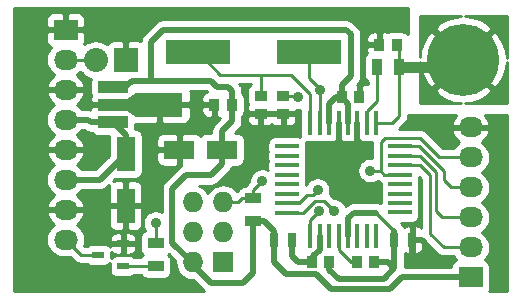
<source format=gbr>
G04 #@! TF.FileFunction,Copper,L1,Top,Signal*
%FSLAX46Y46*%
G04 Gerber Fmt 4.6, Leading zero omitted, Abs format (unit mm)*
G04 Created by KiCad (PCBNEW 0.201412031631+5310~19~ubuntu14.04.1-product) date sáb 06 dic 2014 19:35:38 CET*
%MOMM*%
G01*
G04 APERTURE LIST*
%ADD10C,0.100000*%
%ADD11R,0.899160X1.000760*%
%ADD12R,1.600200X2.999740*%
%ADD13R,2.600960X1.600200*%
%ADD14R,1.000760X0.899160*%
%ADD15R,0.449580X1.998980*%
%ADD16R,1.998980X0.449580*%
%ADD17R,1.727200X1.727200*%
%ADD18O,1.727200X1.727200*%
%ADD19C,6.096000*%
%ADD20R,1.000760X0.599440*%
%ADD21R,0.635000X1.143000*%
%ADD22R,1.397000X0.889000*%
%ADD23R,0.889000X1.397000*%
%ADD24R,2.501900X1.000760*%
%ADD25R,4.000500X1.998980*%
%ADD26R,5.499100X1.998980*%
%ADD27R,2.032000X1.727200*%
%ADD28O,2.032000X1.727200*%
%ADD29R,2.032000X2.032000*%
%ADD30O,2.032000X2.032000*%
%ADD31C,0.889000*%
%ADD32C,0.508000*%
%ADD33C,0.254000*%
%ADD34C,0.889000*%
G04 APERTURE END LIST*
D10*
D11*
X156728160Y-108585000D03*
X158231840Y-108585000D03*
X159268160Y-94615000D03*
X160771840Y-94615000D03*
D12*
X140970000Y-99400360D03*
X140970000Y-103799640D03*
D13*
X149120860Y-99060000D03*
X145519140Y-99060000D03*
D11*
X149976840Y-95250000D03*
X148473160Y-95250000D03*
D14*
X154305000Y-94498160D03*
X154305000Y-96001840D03*
D11*
X160538160Y-108585000D03*
X162041840Y-108585000D03*
D14*
X152400000Y-94498160D03*
X152400000Y-96001840D03*
D11*
X163946840Y-90170000D03*
X162443160Y-90170000D03*
D15*
X156608780Y-96784160D03*
X157408880Y-96784160D03*
X158208980Y-96784160D03*
X159009080Y-96784160D03*
X159809180Y-96784160D03*
X160609280Y-96784160D03*
X161409380Y-96784160D03*
X162209480Y-96784160D03*
X162204400Y-106349800D03*
X156591000Y-106349800D03*
X157403800Y-106349800D03*
X158216600Y-106349800D03*
X159004000Y-106349800D03*
X159816800Y-106349800D03*
X160604200Y-106349800D03*
X161417000Y-106349800D03*
D16*
X164211000Y-98775520D03*
X164211000Y-99573080D03*
X164211000Y-100375720D03*
X164211000Y-101173280D03*
X164211000Y-101975920D03*
X164211000Y-102773480D03*
X164211000Y-103576120D03*
X164211000Y-104373680D03*
X154609800Y-98780600D03*
X154609800Y-99568000D03*
X154609800Y-100380800D03*
X154609800Y-101168200D03*
X154609800Y-101955600D03*
X154609800Y-102768400D03*
X154609800Y-103581200D03*
X154609800Y-104394000D03*
D17*
X149225000Y-108585000D03*
D18*
X146685000Y-108585000D03*
X149225000Y-106045000D03*
X146685000Y-106045000D03*
X149225000Y-103505000D03*
X146685000Y-103505000D03*
D19*
X169545000Y-91440000D03*
D20*
X140756640Y-108902500D03*
X138643360Y-107950000D03*
X140756640Y-106997500D03*
D21*
X153543000Y-106680000D03*
X155067000Y-106680000D03*
X165227000Y-106680000D03*
X163703000Y-106680000D03*
D22*
X151765000Y-105092500D03*
X151765000Y-103187500D03*
D23*
X164147500Y-92075000D03*
X162242500Y-92075000D03*
D22*
X143510000Y-106997500D03*
X143510000Y-108902500D03*
D24*
X139887960Y-93748860D03*
X139887960Y-95250000D03*
X139887960Y-96751140D03*
D25*
X143840200Y-95250000D03*
D10*
G36*
X141865350Y-96250760D02*
X141116050Y-95750380D01*
X141116050Y-94749620D01*
X141865350Y-94249240D01*
X141865350Y-96250760D01*
X141865350Y-96250760D01*
G37*
D26*
X147066000Y-90805000D03*
X156464000Y-90805000D03*
D27*
X135890000Y-88900000D03*
D28*
X135890000Y-91440000D03*
X135890000Y-93980000D03*
X135890000Y-96520000D03*
X135890000Y-99060000D03*
X135890000Y-101600000D03*
X135890000Y-104140000D03*
X135890000Y-106680000D03*
D29*
X140970000Y-91440000D03*
D30*
X138430000Y-91440000D03*
D27*
X170180000Y-109855000D03*
D28*
X170180000Y-107315000D03*
X170180000Y-104775000D03*
X170180000Y-102235000D03*
X170180000Y-99695000D03*
X170180000Y-97155000D03*
D31*
X165227000Y-108331000D03*
X152400000Y-97663000D03*
X147193000Y-97028000D03*
X159131000Y-98806000D03*
X160528000Y-98806000D03*
X155575000Y-94615000D03*
X157408880Y-93980000D03*
X158623000Y-104267000D03*
X157353000Y-104267000D03*
X157226000Y-102489000D03*
X152527000Y-101727000D03*
X161671000Y-100838000D03*
X143510000Y-105283000D03*
D32*
X155575000Y-108585000D02*
X155067000Y-108077000D01*
X155067000Y-108077000D02*
X155067000Y-106680000D01*
X156728160Y-108585000D02*
X155575000Y-108585000D01*
X156845000Y-108468160D02*
X156728160Y-108585000D01*
X157403800Y-107518200D02*
X156845000Y-108077000D01*
X156845000Y-108077000D02*
X156845000Y-108468160D01*
X157403800Y-106349800D02*
X157403800Y-107518200D01*
X158231840Y-109209840D02*
X159004000Y-109982000D01*
X159004000Y-109982000D02*
X162814000Y-109982000D01*
X162814000Y-109982000D02*
X163703000Y-109093000D01*
X163703000Y-109093000D02*
X163703000Y-106680000D01*
X158231840Y-108585000D02*
X158231840Y-109209840D01*
X163195000Y-108585000D02*
X163703000Y-109093000D01*
X162041840Y-108585000D02*
X163195000Y-108585000D01*
X159816800Y-104851200D02*
X160274000Y-104394000D01*
X160274000Y-104394000D02*
X162179000Y-104394000D01*
D33*
X162179000Y-104394000D02*
X163703000Y-105918000D01*
D32*
X163703000Y-105918000D02*
X163703000Y-106680000D01*
X159816800Y-106349800D02*
X159816800Y-104851200D01*
X170180000Y-109855000D02*
X164338000Y-109855000D01*
X152717500Y-105092500D02*
X151765000Y-105092500D01*
X153543000Y-105918000D02*
X152717500Y-105092500D01*
X153543000Y-108585000D02*
X153543000Y-105918000D01*
X154559000Y-109601000D02*
X153543000Y-108585000D01*
X157099000Y-109601000D02*
X154559000Y-109601000D01*
X158369000Y-110871000D02*
X157099000Y-109601000D01*
X163322000Y-110871000D02*
X158369000Y-110871000D01*
X164338000Y-109855000D02*
X163322000Y-110871000D01*
X159809180Y-95156020D02*
X159268160Y-94615000D01*
X159809180Y-96784160D02*
X159809180Y-95156020D01*
X158208980Y-95156020D02*
X158750000Y-94615000D01*
X158750000Y-94615000D02*
X159268160Y-94615000D01*
X158208980Y-96784160D02*
X158208980Y-95156020D01*
X151765000Y-109474000D02*
X151765000Y-105092500D01*
X150876000Y-110363000D02*
X151765000Y-109474000D01*
X148209000Y-110363000D02*
X150876000Y-110363000D01*
X146685000Y-108839000D02*
X148209000Y-110363000D01*
X146685000Y-108585000D02*
X146685000Y-108839000D01*
X144907000Y-106934000D02*
X144907000Y-102362000D01*
X144907000Y-102362000D02*
X146050000Y-101219000D01*
X146050000Y-101219000D02*
X148209000Y-101219000D01*
X148209000Y-101219000D02*
X149120860Y-100307140D01*
X149120860Y-100307140D02*
X149120860Y-99060000D01*
X146558000Y-108585000D02*
X144907000Y-106934000D01*
X146685000Y-108585000D02*
X146558000Y-108585000D01*
X149976840Y-96657160D02*
X149120860Y-97513140D01*
X149120860Y-97513140D02*
X149120860Y-99060000D01*
X149976840Y-95250000D02*
X149976840Y-96657160D01*
X148209000Y-93218000D02*
X148717000Y-93726000D01*
X148717000Y-93726000D02*
X149606000Y-93726000D01*
X149606000Y-93726000D02*
X149976840Y-94096840D01*
X149976840Y-94096840D02*
X149976840Y-95250000D01*
X143129000Y-93218000D02*
X148209000Y-93218000D01*
X141478000Y-93218000D02*
X143129000Y-93218000D01*
X140947140Y-93748860D02*
X141478000Y-93218000D01*
X139887960Y-93748860D02*
X140947140Y-93748860D01*
X159268160Y-93588840D02*
X160020000Y-92837000D01*
X160020000Y-92837000D02*
X160020000Y-89281000D01*
X160020000Y-89281000D02*
X159639000Y-88900000D01*
X159639000Y-88900000D02*
X144145000Y-88900000D01*
X144145000Y-88900000D02*
X143129000Y-89916000D01*
X143129000Y-89916000D02*
X143129000Y-93218000D01*
X159268160Y-94615000D02*
X159268160Y-93588840D01*
X165227000Y-106680000D02*
X165227000Y-108331000D01*
X152400000Y-96001840D02*
X152400000Y-97663000D01*
X147193000Y-97028000D02*
X147193000Y-95250000D01*
X147193000Y-95250000D02*
X143840200Y-95250000D01*
X159009080Y-96784160D02*
X159009080Y-98684080D01*
X159009080Y-98684080D02*
X159131000Y-98806000D01*
X160609280Y-96784160D02*
X160609280Y-98724720D01*
X160609280Y-98724720D02*
X160528000Y-98806000D01*
X147193000Y-95250000D02*
X143840200Y-95250000D01*
X147193000Y-97028000D02*
X147193000Y-95250000D01*
X138770360Y-101600000D02*
X140970000Y-99400360D01*
X135890000Y-101600000D02*
X138770360Y-101600000D01*
X140970000Y-97833180D02*
X140970000Y-99400360D01*
X139887960Y-96751140D02*
X140970000Y-97833180D01*
X137795000Y-96520000D02*
X138026140Y-96751140D01*
X138026140Y-96751140D02*
X139887960Y-96751140D01*
X135890000Y-96520000D02*
X137795000Y-96520000D01*
D33*
X157408880Y-93908880D02*
X156464000Y-92964000D01*
X156464000Y-92964000D02*
X156464000Y-90805000D01*
X157408880Y-93980000D02*
X157408880Y-93908880D01*
X157408880Y-96784160D02*
X157408880Y-93980000D01*
X155575000Y-94615000D02*
X155458160Y-94498160D01*
X154305000Y-94498160D02*
X155458160Y-94498160D01*
X160020000Y-108585000D02*
X160538160Y-108585000D01*
X159004000Y-107569000D02*
X160020000Y-108585000D01*
X159004000Y-106349800D02*
X159004000Y-107569000D01*
X156608780Y-94378780D02*
X154940000Y-92710000D01*
X152400000Y-92710000D02*
X148971000Y-92710000D01*
X154940000Y-92710000D02*
X152400000Y-92710000D01*
X148971000Y-92710000D02*
X147066000Y-90805000D01*
X156608780Y-96784160D02*
X156608780Y-94378780D01*
X152400000Y-94498160D02*
X152400000Y-92710000D01*
D34*
X168910000Y-92075000D02*
X169545000Y-91440000D01*
X164147500Y-92075000D02*
X168910000Y-92075000D01*
D33*
X164147500Y-90370660D02*
X163946840Y-90170000D01*
X164147500Y-92075000D02*
X164147500Y-90370660D01*
X163565840Y-96784160D02*
X164147500Y-96202500D01*
X164147500Y-96202500D02*
X164147500Y-92075000D01*
X162209480Y-96784160D02*
X163565840Y-96784160D01*
X135890000Y-91440000D02*
X138430000Y-91440000D01*
X137160000Y-107950000D02*
X135890000Y-106680000D01*
X138643360Y-107950000D02*
X137160000Y-107950000D01*
X140756640Y-108902500D02*
X143510000Y-108902500D01*
X155956000Y-104394000D02*
X154609800Y-104394000D01*
X158623000Y-104267000D02*
X157734000Y-103378000D01*
X157734000Y-103378000D02*
X156972000Y-103378000D01*
X156972000Y-103378000D02*
X155956000Y-104394000D01*
X156591000Y-105029000D02*
X157353000Y-104267000D01*
X156591000Y-106349800D02*
X156591000Y-105029000D01*
X155625800Y-103581200D02*
X154609800Y-103581200D01*
X157226000Y-102489000D02*
X156845000Y-102870000D01*
X156845000Y-102870000D02*
X156337000Y-102870000D01*
X156337000Y-102870000D02*
X155625800Y-103581200D01*
X162895280Y-101173280D02*
X162560000Y-100838000D01*
X162560000Y-100838000D02*
X162560000Y-98425000D01*
X164211000Y-101173280D02*
X162895280Y-101173280D01*
X162895280Y-101173280D02*
X164211000Y-101173280D01*
X162560000Y-100838000D02*
X162895280Y-101173280D01*
X161671000Y-100838000D02*
X162560000Y-100838000D01*
X165862000Y-98044000D02*
X167513000Y-99695000D01*
X162941000Y-98044000D02*
X165862000Y-98044000D01*
X162560000Y-98425000D02*
X162941000Y-98044000D01*
X167513000Y-99695000D02*
X170180000Y-99695000D01*
X150495000Y-103505000D02*
X150812500Y-103187500D01*
X150812500Y-103187500D02*
X151765000Y-103187500D01*
X149225000Y-103505000D02*
X150495000Y-103505000D01*
X151765000Y-102489000D02*
X152527000Y-101727000D01*
X151765000Y-103187500D02*
X151765000Y-102489000D01*
X164211000Y-100375720D02*
X165907720Y-100375720D01*
X167894000Y-107315000D02*
X170180000Y-107315000D01*
X166751000Y-106172000D02*
X167894000Y-107315000D01*
X166751000Y-101219000D02*
X166751000Y-106172000D01*
X165907720Y-100375720D02*
X166751000Y-101219000D01*
X165867080Y-99573080D02*
X167259002Y-100965002D01*
X167259002Y-100965002D02*
X167259002Y-104267002D01*
X167259002Y-104267002D02*
X167767000Y-104775000D01*
X164211000Y-99573080D02*
X165867080Y-99573080D01*
X167767000Y-104775000D02*
X170180000Y-104775000D01*
X165831520Y-98775520D02*
X167894000Y-100838000D01*
X167894000Y-100838000D02*
X167894000Y-101600000D01*
X167894000Y-101600000D02*
X168529000Y-102235000D01*
X164211000Y-98775520D02*
X165831520Y-98775520D01*
X168529000Y-102235000D02*
X170180000Y-102235000D01*
X143510000Y-105283000D02*
X143510000Y-106997500D01*
X161409380Y-95765620D02*
X162242500Y-94932500D01*
X161409380Y-96784160D02*
X161409380Y-95765620D01*
X162242500Y-94932500D02*
X162242500Y-92075000D01*
G36*
X173228000Y-95123000D02*
X169716791Y-95123000D01*
X170249031Y-95073236D01*
X170944312Y-94866075D01*
X171585819Y-94527252D01*
X171616261Y-94506911D01*
X171958208Y-94032813D01*
X169545000Y-91619605D01*
X167131792Y-94032813D01*
X167473739Y-94506911D01*
X168111862Y-94852064D01*
X168805060Y-95066094D01*
X169354943Y-95123000D01*
X165862000Y-95123000D01*
X165862000Y-91611791D01*
X165911764Y-92144031D01*
X166118925Y-92839312D01*
X166457748Y-93480819D01*
X166478089Y-93511261D01*
X166952187Y-93853208D01*
X169365395Y-91440000D01*
X166952187Y-89026792D01*
X166478089Y-89368739D01*
X166132936Y-90006862D01*
X165918906Y-90700060D01*
X165862000Y-91249943D01*
X165862000Y-87757000D01*
X169373208Y-87757000D01*
X168840969Y-87806764D01*
X168145688Y-88013925D01*
X167504181Y-88352748D01*
X167473739Y-88373089D01*
X167131792Y-88847187D01*
X169545000Y-91260395D01*
X171958208Y-88847187D01*
X171616261Y-88373089D01*
X170978138Y-88027936D01*
X170284940Y-87813906D01*
X169735056Y-87757000D01*
X173228000Y-87757000D01*
X173228000Y-91268208D01*
X173178236Y-90735969D01*
X172971075Y-90040688D01*
X172632252Y-89399181D01*
X172611911Y-89368739D01*
X172137813Y-89026792D01*
X169724605Y-91440000D01*
X172137813Y-93853208D01*
X172611911Y-93511261D01*
X172957064Y-92873138D01*
X173171094Y-92179940D01*
X173228000Y-91630056D01*
X173228000Y-95123000D01*
X173228000Y-95123000D01*
G37*
X173228000Y-95123000D02*
X169716791Y-95123000D01*
X170249031Y-95073236D01*
X170944312Y-94866075D01*
X171585819Y-94527252D01*
X171616261Y-94506911D01*
X171958208Y-94032813D01*
X169545000Y-91619605D01*
X167131792Y-94032813D01*
X167473739Y-94506911D01*
X168111862Y-94852064D01*
X168805060Y-95066094D01*
X169354943Y-95123000D01*
X165862000Y-95123000D01*
X165862000Y-91611791D01*
X165911764Y-92144031D01*
X166118925Y-92839312D01*
X166457748Y-93480819D01*
X166478089Y-93511261D01*
X166952187Y-93853208D01*
X169365395Y-91440000D01*
X166952187Y-89026792D01*
X166478089Y-89368739D01*
X166132936Y-90006862D01*
X165918906Y-90700060D01*
X165862000Y-91249943D01*
X165862000Y-87757000D01*
X169373208Y-87757000D01*
X168840969Y-87806764D01*
X168145688Y-88013925D01*
X167504181Y-88352748D01*
X167473739Y-88373089D01*
X167131792Y-88847187D01*
X169545000Y-91260395D01*
X171958208Y-88847187D01*
X171616261Y-88373089D01*
X170978138Y-88027936D01*
X170284940Y-87813906D01*
X169735056Y-87757000D01*
X173228000Y-87757000D01*
X173228000Y-91268208D01*
X173178236Y-90735969D01*
X172971075Y-90040688D01*
X172632252Y-89399181D01*
X172611911Y-89368739D01*
X172137813Y-89026792D01*
X169724605Y-91440000D01*
X172137813Y-93853208D01*
X172611911Y-93511261D01*
X172957064Y-92873138D01*
X173171094Y-92179940D01*
X173228000Y-91630056D01*
X173228000Y-95123000D01*
G36*
X146832000Y-103632000D02*
X146812000Y-103632000D01*
X146812000Y-103652000D01*
X146558000Y-103652000D01*
X146558000Y-103632000D01*
X146538000Y-103632000D01*
X146538000Y-103378000D01*
X146558000Y-103378000D01*
X146558000Y-103358000D01*
X146812000Y-103358000D01*
X146812000Y-103378000D01*
X146832000Y-103378000D01*
X146832000Y-103632000D01*
X146832000Y-103632000D01*
G37*
X146832000Y-103632000D02*
X146812000Y-103632000D01*
X146812000Y-103652000D01*
X146558000Y-103652000D01*
X146558000Y-103632000D01*
X146538000Y-103632000D01*
X146538000Y-103378000D01*
X146558000Y-103378000D01*
X146558000Y-103358000D01*
X146812000Y-103358000D01*
X146812000Y-103378000D01*
X146832000Y-103378000D01*
X146832000Y-103632000D01*
G36*
X155771178Y-97940693D02*
X155609290Y-97917738D01*
X155440380Y-97917738D01*
X155440380Y-96513962D01*
X155440380Y-96287590D01*
X155281630Y-96128840D01*
X154432000Y-96128840D01*
X154432000Y-96927670D01*
X154590750Y-97086420D01*
X154742838Y-97086420D01*
X154867922Y-97086420D01*
X154990603Y-97062017D01*
X155106165Y-97014150D01*
X155210169Y-96944657D01*
X155298617Y-96856209D01*
X155368110Y-96752205D01*
X155415977Y-96636643D01*
X155440380Y-96513962D01*
X155440380Y-97917738D01*
X154178000Y-97917738D01*
X154178000Y-96927670D01*
X154178000Y-96128840D01*
X153376630Y-96128840D01*
X153328370Y-96128840D01*
X152527000Y-96128840D01*
X152527000Y-96927670D01*
X152685750Y-97086420D01*
X152837838Y-97086420D01*
X152962922Y-97086420D01*
X153085603Y-97062017D01*
X153201165Y-97014150D01*
X153305169Y-96944657D01*
X153352500Y-96897326D01*
X153399831Y-96944657D01*
X153503835Y-97014150D01*
X153619397Y-97062017D01*
X153742078Y-97086420D01*
X153867162Y-97086420D01*
X154019250Y-97086420D01*
X154178000Y-96927670D01*
X154178000Y-97917738D01*
X153610310Y-97917738D01*
X153507267Y-97926113D01*
X153336269Y-97979583D01*
X153186876Y-98078484D01*
X153070868Y-98215018D01*
X152997391Y-98378421D01*
X152972238Y-98555810D01*
X152972238Y-99005390D01*
X152980613Y-99108433D01*
X152998079Y-99164290D01*
X152997391Y-99165821D01*
X152972238Y-99343210D01*
X152972238Y-99792790D01*
X152980613Y-99895833D01*
X153002763Y-99966672D01*
X152997391Y-99978621D01*
X152972238Y-100156010D01*
X152972238Y-100605590D01*
X152980613Y-100708633D01*
X152994293Y-100752384D01*
X152847761Y-100690788D01*
X152640384Y-100648219D01*
X152428689Y-100646741D01*
X152273000Y-100676440D01*
X152273000Y-96927670D01*
X152273000Y-96128840D01*
X151423370Y-96128840D01*
X151264620Y-96287590D01*
X151264620Y-96513962D01*
X151289023Y-96636643D01*
X151336890Y-96752205D01*
X151406383Y-96856209D01*
X151494831Y-96944657D01*
X151598835Y-97014150D01*
X151714397Y-97062017D01*
X151837078Y-97086420D01*
X151962162Y-97086420D01*
X152114250Y-97086420D01*
X152273000Y-96927670D01*
X152273000Y-100676440D01*
X152220738Y-100686410D01*
X152024452Y-100765715D01*
X151847308Y-100881634D01*
X151696054Y-101029753D01*
X151576450Y-101204431D01*
X151493052Y-101399012D01*
X151449037Y-101606087D01*
X151447319Y-101729049D01*
X151226185Y-101950185D01*
X151181487Y-102004599D01*
X151136264Y-102058495D01*
X151134335Y-102062002D01*
X151131789Y-102065103D01*
X151110435Y-102104928D01*
X151066500Y-102104928D01*
X150963457Y-102113303D01*
X150792459Y-102166773D01*
X150643066Y-102265674D01*
X150527058Y-102402208D01*
X150480865Y-102504933D01*
X150459946Y-102516056D01*
X150397486Y-102548433D01*
X150394355Y-102550931D01*
X150390816Y-102552814D01*
X150383670Y-102558642D01*
X150288363Y-102441784D01*
X150063006Y-102255353D01*
X149805731Y-102116245D01*
X149526335Y-102029758D01*
X149235462Y-101999186D01*
X148944190Y-102025693D01*
X148663615Y-102108271D01*
X148404422Y-102243774D01*
X148176485Y-102427040D01*
X147988485Y-102651089D01*
X147951922Y-102717595D01*
X147891817Y-102616512D01*
X147695293Y-102398146D01*
X147459944Y-102222316D01*
X147220422Y-102108000D01*
X148209000Y-102108000D01*
X148290704Y-102099988D01*
X148372533Y-102092830D01*
X148377025Y-102091524D01*
X148381674Y-102091069D01*
X148460283Y-102067335D01*
X148539146Y-102044423D01*
X148543293Y-102042273D01*
X148547772Y-102040921D01*
X148620308Y-102002352D01*
X148693184Y-101964578D01*
X148696836Y-101961661D01*
X148700965Y-101959467D01*
X148764611Y-101907558D01*
X148828780Y-101856333D01*
X148835287Y-101849916D01*
X148835420Y-101849808D01*
X148835521Y-101849685D01*
X148837618Y-101847618D01*
X149749478Y-100935758D01*
X149801591Y-100872313D01*
X149854386Y-100809396D01*
X149856638Y-100805298D01*
X149859605Y-100801687D01*
X149898410Y-100729314D01*
X149937971Y-100657354D01*
X149939384Y-100652899D01*
X149941594Y-100648778D01*
X149965610Y-100570223D01*
X149988466Y-100498172D01*
X150421340Y-100498172D01*
X150524383Y-100489797D01*
X150695381Y-100436327D01*
X150844774Y-100337426D01*
X150960782Y-100200892D01*
X151034259Y-100037489D01*
X151059412Y-99860100D01*
X151059412Y-98259900D01*
X151051037Y-98156857D01*
X150997567Y-97985859D01*
X150898666Y-97836466D01*
X150762132Y-97720458D01*
X150598729Y-97646981D01*
X150421340Y-97621828D01*
X150269408Y-97621828D01*
X150605458Y-97285778D01*
X150657571Y-97222333D01*
X150710366Y-97159416D01*
X150712618Y-97155318D01*
X150715585Y-97151707D01*
X150754390Y-97079334D01*
X150793951Y-97007374D01*
X150795364Y-97002919D01*
X150797574Y-96998798D01*
X150821590Y-96920243D01*
X150846413Y-96841993D01*
X150846933Y-96837348D01*
X150848301Y-96832877D01*
X150856603Y-96751140D01*
X150865753Y-96669572D01*
X150865817Y-96660439D01*
X150865835Y-96660262D01*
X150865819Y-96660097D01*
X150865840Y-96657160D01*
X150865840Y-96208891D01*
X150965862Y-96091172D01*
X151039339Y-95927769D01*
X151064492Y-95750380D01*
X151064492Y-94749620D01*
X151056117Y-94646577D01*
X151002647Y-94475579D01*
X150903746Y-94326186D01*
X150865840Y-94293978D01*
X150865840Y-94096840D01*
X150857828Y-94015135D01*
X150850670Y-93933307D01*
X150849364Y-93928814D01*
X150848909Y-93924166D01*
X150825175Y-93845556D01*
X150802263Y-93766694D01*
X150800113Y-93762546D01*
X150798761Y-93758068D01*
X150760192Y-93685531D01*
X150722418Y-93612656D01*
X150719501Y-93609003D01*
X150717307Y-93604875D01*
X150665398Y-93541228D01*
X150614173Y-93477060D01*
X150609183Y-93472000D01*
X151626707Y-93472000D01*
X151625579Y-93472353D01*
X151476186Y-93571254D01*
X151360178Y-93707788D01*
X151286701Y-93871191D01*
X151261548Y-94048580D01*
X151261548Y-94947740D01*
X151269923Y-95050783D01*
X151323393Y-95221781D01*
X151339984Y-95246843D01*
X151336890Y-95251475D01*
X151289023Y-95367037D01*
X151264620Y-95489718D01*
X151264620Y-95716090D01*
X151423370Y-95874840D01*
X152273000Y-95874840D01*
X152273000Y-95854840D01*
X152527000Y-95854840D01*
X152527000Y-95874840D01*
X153328370Y-95874840D01*
X153376630Y-95874840D01*
X154178000Y-95874840D01*
X154178000Y-95854840D01*
X154432000Y-95854840D01*
X154432000Y-95874840D01*
X155281630Y-95874840D01*
X155440380Y-95716090D01*
X155440380Y-95690733D01*
X155446564Y-95692093D01*
X155658219Y-95696526D01*
X155760985Y-95678405D01*
X155745918Y-95784670D01*
X155745918Y-97783650D01*
X155754293Y-97886693D01*
X155771178Y-97940693D01*
X155771178Y-97940693D01*
G37*
X155771178Y-97940693D02*
X155609290Y-97917738D01*
X155440380Y-97917738D01*
X155440380Y-96513962D01*
X155440380Y-96287590D01*
X155281630Y-96128840D01*
X154432000Y-96128840D01*
X154432000Y-96927670D01*
X154590750Y-97086420D01*
X154742838Y-97086420D01*
X154867922Y-97086420D01*
X154990603Y-97062017D01*
X155106165Y-97014150D01*
X155210169Y-96944657D01*
X155298617Y-96856209D01*
X155368110Y-96752205D01*
X155415977Y-96636643D01*
X155440380Y-96513962D01*
X155440380Y-97917738D01*
X154178000Y-97917738D01*
X154178000Y-96927670D01*
X154178000Y-96128840D01*
X153376630Y-96128840D01*
X153328370Y-96128840D01*
X152527000Y-96128840D01*
X152527000Y-96927670D01*
X152685750Y-97086420D01*
X152837838Y-97086420D01*
X152962922Y-97086420D01*
X153085603Y-97062017D01*
X153201165Y-97014150D01*
X153305169Y-96944657D01*
X153352500Y-96897326D01*
X153399831Y-96944657D01*
X153503835Y-97014150D01*
X153619397Y-97062017D01*
X153742078Y-97086420D01*
X153867162Y-97086420D01*
X154019250Y-97086420D01*
X154178000Y-96927670D01*
X154178000Y-97917738D01*
X153610310Y-97917738D01*
X153507267Y-97926113D01*
X153336269Y-97979583D01*
X153186876Y-98078484D01*
X153070868Y-98215018D01*
X152997391Y-98378421D01*
X152972238Y-98555810D01*
X152972238Y-99005390D01*
X152980613Y-99108433D01*
X152998079Y-99164290D01*
X152997391Y-99165821D01*
X152972238Y-99343210D01*
X152972238Y-99792790D01*
X152980613Y-99895833D01*
X153002763Y-99966672D01*
X152997391Y-99978621D01*
X152972238Y-100156010D01*
X152972238Y-100605590D01*
X152980613Y-100708633D01*
X152994293Y-100752384D01*
X152847761Y-100690788D01*
X152640384Y-100648219D01*
X152428689Y-100646741D01*
X152273000Y-100676440D01*
X152273000Y-96927670D01*
X152273000Y-96128840D01*
X151423370Y-96128840D01*
X151264620Y-96287590D01*
X151264620Y-96513962D01*
X151289023Y-96636643D01*
X151336890Y-96752205D01*
X151406383Y-96856209D01*
X151494831Y-96944657D01*
X151598835Y-97014150D01*
X151714397Y-97062017D01*
X151837078Y-97086420D01*
X151962162Y-97086420D01*
X152114250Y-97086420D01*
X152273000Y-96927670D01*
X152273000Y-100676440D01*
X152220738Y-100686410D01*
X152024452Y-100765715D01*
X151847308Y-100881634D01*
X151696054Y-101029753D01*
X151576450Y-101204431D01*
X151493052Y-101399012D01*
X151449037Y-101606087D01*
X151447319Y-101729049D01*
X151226185Y-101950185D01*
X151181487Y-102004599D01*
X151136264Y-102058495D01*
X151134335Y-102062002D01*
X151131789Y-102065103D01*
X151110435Y-102104928D01*
X151066500Y-102104928D01*
X150963457Y-102113303D01*
X150792459Y-102166773D01*
X150643066Y-102265674D01*
X150527058Y-102402208D01*
X150480865Y-102504933D01*
X150459946Y-102516056D01*
X150397486Y-102548433D01*
X150394355Y-102550931D01*
X150390816Y-102552814D01*
X150383670Y-102558642D01*
X150288363Y-102441784D01*
X150063006Y-102255353D01*
X149805731Y-102116245D01*
X149526335Y-102029758D01*
X149235462Y-101999186D01*
X148944190Y-102025693D01*
X148663615Y-102108271D01*
X148404422Y-102243774D01*
X148176485Y-102427040D01*
X147988485Y-102651089D01*
X147951922Y-102717595D01*
X147891817Y-102616512D01*
X147695293Y-102398146D01*
X147459944Y-102222316D01*
X147220422Y-102108000D01*
X148209000Y-102108000D01*
X148290704Y-102099988D01*
X148372533Y-102092830D01*
X148377025Y-102091524D01*
X148381674Y-102091069D01*
X148460283Y-102067335D01*
X148539146Y-102044423D01*
X148543293Y-102042273D01*
X148547772Y-102040921D01*
X148620308Y-102002352D01*
X148693184Y-101964578D01*
X148696836Y-101961661D01*
X148700965Y-101959467D01*
X148764611Y-101907558D01*
X148828780Y-101856333D01*
X148835287Y-101849916D01*
X148835420Y-101849808D01*
X148835521Y-101849685D01*
X148837618Y-101847618D01*
X149749478Y-100935758D01*
X149801591Y-100872313D01*
X149854386Y-100809396D01*
X149856638Y-100805298D01*
X149859605Y-100801687D01*
X149898410Y-100729314D01*
X149937971Y-100657354D01*
X149939384Y-100652899D01*
X149941594Y-100648778D01*
X149965610Y-100570223D01*
X149988466Y-100498172D01*
X150421340Y-100498172D01*
X150524383Y-100489797D01*
X150695381Y-100436327D01*
X150844774Y-100337426D01*
X150960782Y-100200892D01*
X151034259Y-100037489D01*
X151059412Y-99860100D01*
X151059412Y-98259900D01*
X151051037Y-98156857D01*
X150997567Y-97985859D01*
X150898666Y-97836466D01*
X150762132Y-97720458D01*
X150598729Y-97646981D01*
X150421340Y-97621828D01*
X150269408Y-97621828D01*
X150605458Y-97285778D01*
X150657571Y-97222333D01*
X150710366Y-97159416D01*
X150712618Y-97155318D01*
X150715585Y-97151707D01*
X150754390Y-97079334D01*
X150793951Y-97007374D01*
X150795364Y-97002919D01*
X150797574Y-96998798D01*
X150821590Y-96920243D01*
X150846413Y-96841993D01*
X150846933Y-96837348D01*
X150848301Y-96832877D01*
X150856603Y-96751140D01*
X150865753Y-96669572D01*
X150865817Y-96660439D01*
X150865835Y-96660262D01*
X150865819Y-96660097D01*
X150865840Y-96657160D01*
X150865840Y-96208891D01*
X150965862Y-96091172D01*
X151039339Y-95927769D01*
X151064492Y-95750380D01*
X151064492Y-94749620D01*
X151056117Y-94646577D01*
X151002647Y-94475579D01*
X150903746Y-94326186D01*
X150865840Y-94293978D01*
X150865840Y-94096840D01*
X150857828Y-94015135D01*
X150850670Y-93933307D01*
X150849364Y-93928814D01*
X150848909Y-93924166D01*
X150825175Y-93845556D01*
X150802263Y-93766694D01*
X150800113Y-93762546D01*
X150798761Y-93758068D01*
X150760192Y-93685531D01*
X150722418Y-93612656D01*
X150719501Y-93609003D01*
X150717307Y-93604875D01*
X150665398Y-93541228D01*
X150614173Y-93477060D01*
X150609183Y-93472000D01*
X151626707Y-93472000D01*
X151625579Y-93472353D01*
X151476186Y-93571254D01*
X151360178Y-93707788D01*
X151286701Y-93871191D01*
X151261548Y-94048580D01*
X151261548Y-94947740D01*
X151269923Y-95050783D01*
X151323393Y-95221781D01*
X151339984Y-95246843D01*
X151336890Y-95251475D01*
X151289023Y-95367037D01*
X151264620Y-95489718D01*
X151264620Y-95716090D01*
X151423370Y-95874840D01*
X152273000Y-95874840D01*
X152273000Y-95854840D01*
X152527000Y-95854840D01*
X152527000Y-95874840D01*
X153328370Y-95874840D01*
X153376630Y-95874840D01*
X154178000Y-95874840D01*
X154178000Y-95854840D01*
X154432000Y-95854840D01*
X154432000Y-95874840D01*
X155281630Y-95874840D01*
X155440380Y-95716090D01*
X155440380Y-95690733D01*
X155446564Y-95692093D01*
X155658219Y-95696526D01*
X155760985Y-95678405D01*
X155745918Y-95784670D01*
X155745918Y-97783650D01*
X155754293Y-97886693D01*
X155771178Y-97940693D01*
G36*
X162602090Y-103166159D02*
X162598591Y-103173941D01*
X162573438Y-103351330D01*
X162573438Y-103601201D01*
X162529214Y-103576889D01*
X162363833Y-103524427D01*
X162191412Y-103505087D01*
X162179000Y-103505000D01*
X160274000Y-103505000D01*
X160192295Y-103513011D01*
X160110467Y-103520170D01*
X160105974Y-103521475D01*
X160101326Y-103521931D01*
X160022716Y-103545664D01*
X159943854Y-103568577D01*
X159939706Y-103570726D01*
X159935228Y-103572079D01*
X159862672Y-103610657D01*
X159789815Y-103648423D01*
X159786163Y-103651337D01*
X159782035Y-103653533D01*
X159718383Y-103705446D01*
X159654220Y-103756667D01*
X159647712Y-103763083D01*
X159647580Y-103763192D01*
X159647478Y-103763314D01*
X159645382Y-103765382D01*
X159601843Y-103808920D01*
X159580754Y-103757753D01*
X159463600Y-103581423D01*
X159314428Y-103431207D01*
X159138921Y-103312825D01*
X158943761Y-103230788D01*
X158736384Y-103188219D01*
X158621043Y-103187413D01*
X158272815Y-102839185D01*
X158256535Y-102825812D01*
X158302170Y-102624952D01*
X158305546Y-102383150D01*
X158264426Y-102175481D01*
X158183754Y-101979753D01*
X158066600Y-101803423D01*
X157917428Y-101653207D01*
X157741921Y-101534825D01*
X157546761Y-101452788D01*
X157339384Y-101410219D01*
X157127689Y-101408741D01*
X156919738Y-101448410D01*
X156723452Y-101527715D01*
X156546308Y-101643634D01*
X156395054Y-101791753D01*
X156275450Y-101966431D01*
X156247362Y-102031964D01*
X156247362Y-101730810D01*
X156238987Y-101627767D01*
X156221520Y-101571909D01*
X156222209Y-101570379D01*
X156247362Y-101392990D01*
X156247362Y-100943410D01*
X156238987Y-100840367D01*
X156221520Y-100784509D01*
X156222209Y-100782979D01*
X156247362Y-100605590D01*
X156247362Y-100156010D01*
X156238987Y-100052967D01*
X156216836Y-99982127D01*
X156222209Y-99970179D01*
X156247362Y-99792790D01*
X156247362Y-99343210D01*
X156238987Y-99240167D01*
X156221520Y-99184309D01*
X156222209Y-99182779D01*
X156247362Y-99005390D01*
X156247362Y-98555810D01*
X156238987Y-98452767D01*
X156222101Y-98398766D01*
X156383990Y-98421722D01*
X156833570Y-98421722D01*
X156936613Y-98413347D01*
X156999961Y-98393538D01*
X157006701Y-98396569D01*
X157184090Y-98421722D01*
X157633670Y-98421722D01*
X157736713Y-98413347D01*
X157800061Y-98393538D01*
X157806801Y-98396569D01*
X157984190Y-98421722D01*
X158433770Y-98421722D01*
X158536813Y-98413347D01*
X158598562Y-98394038D01*
X158599067Y-98394247D01*
X158721748Y-98418650D01*
X158737935Y-98418650D01*
X158896685Y-98259900D01*
X158896685Y-98214509D01*
X158973212Y-98124442D01*
X159006138Y-98051217D01*
X159008163Y-98057691D01*
X159107064Y-98207084D01*
X159121475Y-98219328D01*
X159121475Y-98259900D01*
X159280225Y-98418650D01*
X159296412Y-98418650D01*
X159407245Y-98396603D01*
X159584390Y-98421722D01*
X160033970Y-98421722D01*
X160137013Y-98413347D01*
X160198762Y-98394038D01*
X160199267Y-98394247D01*
X160321948Y-98418650D01*
X160338135Y-98418650D01*
X160496885Y-98259900D01*
X160496885Y-98214509D01*
X160573412Y-98124442D01*
X160606338Y-98051217D01*
X160608363Y-98057691D01*
X160707264Y-98207084D01*
X160721675Y-98219328D01*
X160721675Y-98259900D01*
X160880425Y-98418650D01*
X160896612Y-98418650D01*
X161007445Y-98396603D01*
X161184590Y-98421722D01*
X161634170Y-98421722D01*
X161737213Y-98413347D01*
X161800404Y-98393587D01*
X161798074Y-98414361D01*
X161798019Y-98422197D01*
X161798005Y-98422340D01*
X161798017Y-98422473D01*
X161798000Y-98425000D01*
X161798000Y-99762014D01*
X161784384Y-99759219D01*
X161572689Y-99757741D01*
X161364738Y-99797410D01*
X161168452Y-99876715D01*
X160991308Y-99992634D01*
X160840054Y-100140753D01*
X160720450Y-100315431D01*
X160637052Y-100510012D01*
X160593037Y-100717087D01*
X160590081Y-100928767D01*
X160628297Y-101136990D01*
X160706230Y-101333825D01*
X160820910Y-101511773D01*
X160967969Y-101664058D01*
X161141807Y-101784879D01*
X161335802Y-101869633D01*
X161542564Y-101915093D01*
X161754219Y-101919526D01*
X161962704Y-101882765D01*
X162160077Y-101806208D01*
X162337794Y-101693425D01*
X162356465Y-101712096D01*
X162410909Y-101756817D01*
X162464775Y-101802016D01*
X162468282Y-101803944D01*
X162471383Y-101806491D01*
X162533464Y-101839778D01*
X162573438Y-101861754D01*
X162573438Y-102200710D01*
X162581813Y-102303753D01*
X162601153Y-102365603D01*
X162598591Y-102371301D01*
X162573438Y-102548690D01*
X162573438Y-102998270D01*
X162581813Y-103101313D01*
X162602090Y-103166159D01*
X162602090Y-103166159D01*
G37*
X162602090Y-103166159D02*
X162598591Y-103173941D01*
X162573438Y-103351330D01*
X162573438Y-103601201D01*
X162529214Y-103576889D01*
X162363833Y-103524427D01*
X162191412Y-103505087D01*
X162179000Y-103505000D01*
X160274000Y-103505000D01*
X160192295Y-103513011D01*
X160110467Y-103520170D01*
X160105974Y-103521475D01*
X160101326Y-103521931D01*
X160022716Y-103545664D01*
X159943854Y-103568577D01*
X159939706Y-103570726D01*
X159935228Y-103572079D01*
X159862672Y-103610657D01*
X159789815Y-103648423D01*
X159786163Y-103651337D01*
X159782035Y-103653533D01*
X159718383Y-103705446D01*
X159654220Y-103756667D01*
X159647712Y-103763083D01*
X159647580Y-103763192D01*
X159647478Y-103763314D01*
X159645382Y-103765382D01*
X159601843Y-103808920D01*
X159580754Y-103757753D01*
X159463600Y-103581423D01*
X159314428Y-103431207D01*
X159138921Y-103312825D01*
X158943761Y-103230788D01*
X158736384Y-103188219D01*
X158621043Y-103187413D01*
X158272815Y-102839185D01*
X158256535Y-102825812D01*
X158302170Y-102624952D01*
X158305546Y-102383150D01*
X158264426Y-102175481D01*
X158183754Y-101979753D01*
X158066600Y-101803423D01*
X157917428Y-101653207D01*
X157741921Y-101534825D01*
X157546761Y-101452788D01*
X157339384Y-101410219D01*
X157127689Y-101408741D01*
X156919738Y-101448410D01*
X156723452Y-101527715D01*
X156546308Y-101643634D01*
X156395054Y-101791753D01*
X156275450Y-101966431D01*
X156247362Y-102031964D01*
X156247362Y-101730810D01*
X156238987Y-101627767D01*
X156221520Y-101571909D01*
X156222209Y-101570379D01*
X156247362Y-101392990D01*
X156247362Y-100943410D01*
X156238987Y-100840367D01*
X156221520Y-100784509D01*
X156222209Y-100782979D01*
X156247362Y-100605590D01*
X156247362Y-100156010D01*
X156238987Y-100052967D01*
X156216836Y-99982127D01*
X156222209Y-99970179D01*
X156247362Y-99792790D01*
X156247362Y-99343210D01*
X156238987Y-99240167D01*
X156221520Y-99184309D01*
X156222209Y-99182779D01*
X156247362Y-99005390D01*
X156247362Y-98555810D01*
X156238987Y-98452767D01*
X156222101Y-98398766D01*
X156383990Y-98421722D01*
X156833570Y-98421722D01*
X156936613Y-98413347D01*
X156999961Y-98393538D01*
X157006701Y-98396569D01*
X157184090Y-98421722D01*
X157633670Y-98421722D01*
X157736713Y-98413347D01*
X157800061Y-98393538D01*
X157806801Y-98396569D01*
X157984190Y-98421722D01*
X158433770Y-98421722D01*
X158536813Y-98413347D01*
X158598562Y-98394038D01*
X158599067Y-98394247D01*
X158721748Y-98418650D01*
X158737935Y-98418650D01*
X158896685Y-98259900D01*
X158896685Y-98214509D01*
X158973212Y-98124442D01*
X159006138Y-98051217D01*
X159008163Y-98057691D01*
X159107064Y-98207084D01*
X159121475Y-98219328D01*
X159121475Y-98259900D01*
X159280225Y-98418650D01*
X159296412Y-98418650D01*
X159407245Y-98396603D01*
X159584390Y-98421722D01*
X160033970Y-98421722D01*
X160137013Y-98413347D01*
X160198762Y-98394038D01*
X160199267Y-98394247D01*
X160321948Y-98418650D01*
X160338135Y-98418650D01*
X160496885Y-98259900D01*
X160496885Y-98214509D01*
X160573412Y-98124442D01*
X160606338Y-98051217D01*
X160608363Y-98057691D01*
X160707264Y-98207084D01*
X160721675Y-98219328D01*
X160721675Y-98259900D01*
X160880425Y-98418650D01*
X160896612Y-98418650D01*
X161007445Y-98396603D01*
X161184590Y-98421722D01*
X161634170Y-98421722D01*
X161737213Y-98413347D01*
X161800404Y-98393587D01*
X161798074Y-98414361D01*
X161798019Y-98422197D01*
X161798005Y-98422340D01*
X161798017Y-98422473D01*
X161798000Y-98425000D01*
X161798000Y-99762014D01*
X161784384Y-99759219D01*
X161572689Y-99757741D01*
X161364738Y-99797410D01*
X161168452Y-99876715D01*
X160991308Y-99992634D01*
X160840054Y-100140753D01*
X160720450Y-100315431D01*
X160637052Y-100510012D01*
X160593037Y-100717087D01*
X160590081Y-100928767D01*
X160628297Y-101136990D01*
X160706230Y-101333825D01*
X160820910Y-101511773D01*
X160967969Y-101664058D01*
X161141807Y-101784879D01*
X161335802Y-101869633D01*
X161542564Y-101915093D01*
X161754219Y-101919526D01*
X161962704Y-101882765D01*
X162160077Y-101806208D01*
X162337794Y-101693425D01*
X162356465Y-101712096D01*
X162410909Y-101756817D01*
X162464775Y-101802016D01*
X162468282Y-101803944D01*
X162471383Y-101806491D01*
X162533464Y-101839778D01*
X162573438Y-101861754D01*
X162573438Y-102200710D01*
X162581813Y-102303753D01*
X162601153Y-102365603D01*
X162598591Y-102371301D01*
X162573438Y-102548690D01*
X162573438Y-102998270D01*
X162581813Y-103101313D01*
X162602090Y-103166159D01*
G36*
X164846000Y-89222611D02*
X164737212Y-89130178D01*
X164573809Y-89056701D01*
X164396420Y-89031548D01*
X163497260Y-89031548D01*
X163394217Y-89039923D01*
X163223219Y-89093393D01*
X163198156Y-89109984D01*
X163193525Y-89106890D01*
X163077963Y-89059023D01*
X162955282Y-89034620D01*
X162728910Y-89034620D01*
X162570160Y-89193370D01*
X162570160Y-90043000D01*
X162590160Y-90043000D01*
X162590160Y-90297000D01*
X162570160Y-90297000D01*
X162570160Y-90317000D01*
X162316160Y-90317000D01*
X162316160Y-90297000D01*
X162316160Y-90043000D01*
X162316160Y-89193370D01*
X162157410Y-89034620D01*
X161931038Y-89034620D01*
X161808357Y-89059023D01*
X161692795Y-89106890D01*
X161588791Y-89176383D01*
X161500343Y-89264831D01*
X161430850Y-89368835D01*
X161382983Y-89484397D01*
X161358580Y-89607078D01*
X161358580Y-89732162D01*
X161358580Y-89884250D01*
X161517330Y-90043000D01*
X162316160Y-90043000D01*
X162316160Y-90297000D01*
X161517330Y-90297000D01*
X161358580Y-90455750D01*
X161358580Y-90607838D01*
X161358580Y-90732922D01*
X161382983Y-90855603D01*
X161395335Y-90885424D01*
X161374566Y-90899174D01*
X161258558Y-91035708D01*
X161185081Y-91199111D01*
X161159928Y-91376500D01*
X161159928Y-92773500D01*
X161168303Y-92876543D01*
X161221773Y-93047541D01*
X161320674Y-93196934D01*
X161457208Y-93312942D01*
X161480500Y-93323415D01*
X161480500Y-93534615D01*
X161406643Y-93504023D01*
X161283962Y-93479620D01*
X161057590Y-93479620D01*
X160898840Y-93638370D01*
X160898840Y-94488000D01*
X160918840Y-94488000D01*
X160918840Y-94742000D01*
X160898840Y-94742000D01*
X160898840Y-94762000D01*
X160644840Y-94762000D01*
X160644840Y-94742000D01*
X160624840Y-94742000D01*
X160624840Y-94488000D01*
X160644840Y-94488000D01*
X160644840Y-93638370D01*
X160560353Y-93553883D01*
X160648618Y-93465618D01*
X160700731Y-93402173D01*
X160753526Y-93339256D01*
X160755778Y-93335158D01*
X160758745Y-93331547D01*
X160797550Y-93259174D01*
X160837111Y-93187214D01*
X160838524Y-93182759D01*
X160840734Y-93178638D01*
X160864754Y-93100070D01*
X160889573Y-93021833D01*
X160890093Y-93017189D01*
X160891461Y-93012718D01*
X160899759Y-92931015D01*
X160908913Y-92849412D01*
X160908977Y-92840269D01*
X160908994Y-92840103D01*
X160908979Y-92839947D01*
X160909000Y-92837000D01*
X160909000Y-89281000D01*
X160900988Y-89199295D01*
X160893830Y-89117467D01*
X160892524Y-89112974D01*
X160892069Y-89108326D01*
X160868335Y-89029716D01*
X160845423Y-88950854D01*
X160843273Y-88946706D01*
X160841921Y-88942228D01*
X160803342Y-88869672D01*
X160765577Y-88796815D01*
X160762662Y-88793163D01*
X160760467Y-88789035D01*
X160708553Y-88725383D01*
X160657333Y-88661220D01*
X160650916Y-88654712D01*
X160650808Y-88654580D01*
X160650685Y-88654478D01*
X160648618Y-88652382D01*
X160267618Y-88271382D01*
X160204173Y-88219268D01*
X160141256Y-88166474D01*
X160137158Y-88164221D01*
X160133547Y-88161255D01*
X160061174Y-88122449D01*
X159989214Y-88082889D01*
X159984759Y-88081475D01*
X159980638Y-88079266D01*
X159902083Y-88055249D01*
X159823833Y-88030427D01*
X159819188Y-88029906D01*
X159814717Y-88028539D01*
X159733020Y-88020240D01*
X159651412Y-88011087D01*
X159642269Y-88011022D01*
X159642103Y-88011006D01*
X159641947Y-88011020D01*
X159639000Y-88011000D01*
X144145000Y-88011000D01*
X144063295Y-88019011D01*
X143981467Y-88026170D01*
X143976974Y-88027475D01*
X143972326Y-88027931D01*
X143893716Y-88051664D01*
X143814854Y-88074577D01*
X143810706Y-88076726D01*
X143806228Y-88078079D01*
X143733691Y-88116647D01*
X143660816Y-88154422D01*
X143657163Y-88157338D01*
X143653035Y-88159533D01*
X143589388Y-88211441D01*
X143525220Y-88262667D01*
X143518712Y-88269083D01*
X143518580Y-88269192D01*
X143518478Y-88269314D01*
X143516382Y-88271382D01*
X142500382Y-89287382D01*
X142448268Y-89350826D01*
X142395474Y-89413744D01*
X142393221Y-89417841D01*
X142390255Y-89421453D01*
X142351449Y-89493825D01*
X142311889Y-89565786D01*
X142310475Y-89570240D01*
X142308266Y-89574362D01*
X142284249Y-89652916D01*
X142259427Y-89731167D01*
X142258906Y-89735811D01*
X142257539Y-89740283D01*
X142249240Y-89821979D01*
X142246696Y-89844664D01*
X142171223Y-89813403D01*
X142048542Y-89789000D01*
X141255750Y-89789000D01*
X141097000Y-89947750D01*
X141097000Y-91313000D01*
X141117000Y-91313000D01*
X141117000Y-91567000D01*
X141097000Y-91567000D01*
X141097000Y-91587000D01*
X140843000Y-91587000D01*
X140843000Y-91567000D01*
X140823000Y-91567000D01*
X140823000Y-91313000D01*
X140843000Y-91313000D01*
X140843000Y-89947750D01*
X140684250Y-89789000D01*
X139891458Y-89789000D01*
X139768777Y-89813403D01*
X139653215Y-89861270D01*
X139549211Y-89930763D01*
X139460763Y-90019211D01*
X139403368Y-90105108D01*
X139370749Y-90077738D01*
X139088386Y-89922508D01*
X138781250Y-89825078D01*
X138461040Y-89789161D01*
X138437988Y-89789000D01*
X138422012Y-89789000D01*
X138101331Y-89820443D01*
X137792865Y-89913574D01*
X137508363Y-90064847D01*
X137420588Y-90136434D01*
X137468730Y-90064385D01*
X137516597Y-89948823D01*
X137541000Y-89826142D01*
X137541000Y-89185750D01*
X137541000Y-88614250D01*
X137541000Y-87973858D01*
X137516597Y-87851177D01*
X137468730Y-87735615D01*
X137399237Y-87631611D01*
X137310789Y-87543163D01*
X137206785Y-87473670D01*
X137091223Y-87425803D01*
X136968542Y-87401400D01*
X136843458Y-87401400D01*
X136175750Y-87401400D01*
X136017000Y-87560150D01*
X136017000Y-88773000D01*
X137382250Y-88773000D01*
X137541000Y-88614250D01*
X137541000Y-89185750D01*
X137382250Y-89027000D01*
X136017000Y-89027000D01*
X136017000Y-89047000D01*
X135763000Y-89047000D01*
X135763000Y-89027000D01*
X135763000Y-88773000D01*
X135763000Y-87560150D01*
X135604250Y-87401400D01*
X134936542Y-87401400D01*
X134811458Y-87401400D01*
X134688777Y-87425803D01*
X134573215Y-87473670D01*
X134469211Y-87543163D01*
X134380763Y-87631611D01*
X134311270Y-87735615D01*
X134263403Y-87851177D01*
X134239000Y-87973858D01*
X134239000Y-88614250D01*
X134397750Y-88773000D01*
X135763000Y-88773000D01*
X135763000Y-89027000D01*
X134397750Y-89027000D01*
X134239000Y-89185750D01*
X134239000Y-89826142D01*
X134263403Y-89948823D01*
X134311270Y-90064385D01*
X134380763Y-90168389D01*
X134469211Y-90256837D01*
X134573215Y-90326330D01*
X134680727Y-90370862D01*
X134673647Y-90376637D01*
X134487216Y-90601994D01*
X134348108Y-90859269D01*
X134261621Y-91138665D01*
X134231049Y-91429538D01*
X134257556Y-91720810D01*
X134340134Y-92001385D01*
X134475637Y-92260578D01*
X134658903Y-92488515D01*
X134882952Y-92676515D01*
X134944872Y-92710555D01*
X134738271Y-92861514D01*
X134539267Y-93077965D01*
X134386314Y-93329081D01*
X134285291Y-93605211D01*
X134282642Y-93620974D01*
X134403783Y-93853000D01*
X135763000Y-93853000D01*
X135763000Y-93833000D01*
X136017000Y-93833000D01*
X136017000Y-93853000D01*
X137376217Y-93853000D01*
X137497358Y-93620974D01*
X137494709Y-93605211D01*
X137393686Y-93329081D01*
X137240733Y-93077965D01*
X137041729Y-92861514D01*
X136836205Y-92711343D01*
X136879701Y-92688216D01*
X137106353Y-92503363D01*
X137137932Y-92465190D01*
X137242418Y-92595144D01*
X137489251Y-92802262D01*
X137771614Y-92957492D01*
X138037277Y-93041766D01*
X138024091Y-93071091D01*
X137998938Y-93248480D01*
X137998938Y-94249240D01*
X138007313Y-94352283D01*
X138053324Y-94499427D01*
X138026413Y-94564397D01*
X138002010Y-94687078D01*
X138002010Y-94964250D01*
X138160760Y-95123000D01*
X139760960Y-95123000D01*
X139760960Y-95103000D01*
X140014960Y-95103000D01*
X140014960Y-95123000D01*
X140477978Y-95123000D01*
X141363700Y-95123000D01*
X141615160Y-95123000D01*
X141617700Y-95123000D01*
X142503422Y-95123000D01*
X143713200Y-95123000D01*
X143713200Y-95103000D01*
X143967200Y-95103000D01*
X143967200Y-95123000D01*
X146316700Y-95123000D01*
X146475450Y-94964250D01*
X146475450Y-94187968D01*
X146459344Y-94107000D01*
X147840764Y-94107000D01*
X147867074Y-94133310D01*
X147838357Y-94139023D01*
X147722795Y-94186890D01*
X147618791Y-94256383D01*
X147530343Y-94344831D01*
X147460850Y-94448835D01*
X147412983Y-94564397D01*
X147388580Y-94687078D01*
X147388580Y-94812162D01*
X147388580Y-94964250D01*
X147547330Y-95123000D01*
X148346160Y-95123000D01*
X148346160Y-95103000D01*
X148600160Y-95103000D01*
X148600160Y-95123000D01*
X148620160Y-95123000D01*
X148620160Y-95377000D01*
X148600160Y-95377000D01*
X148600160Y-96226630D01*
X148758910Y-96385380D01*
X148985282Y-96385380D01*
X148992899Y-96383864D01*
X148492242Y-96884522D01*
X148440128Y-96947966D01*
X148387334Y-97010884D01*
X148385081Y-97014981D01*
X148382115Y-97018593D01*
X148346160Y-97085647D01*
X148346160Y-96226630D01*
X148346160Y-95377000D01*
X147547330Y-95377000D01*
X147388580Y-95535750D01*
X147388580Y-95687838D01*
X147388580Y-95812922D01*
X147412983Y-95935603D01*
X147460850Y-96051165D01*
X147530343Y-96155169D01*
X147618791Y-96243617D01*
X147722795Y-96313110D01*
X147838357Y-96360977D01*
X147961038Y-96385380D01*
X148187410Y-96385380D01*
X148346160Y-96226630D01*
X148346160Y-97085647D01*
X148343309Y-97090965D01*
X148303749Y-97162926D01*
X148302335Y-97167380D01*
X148300126Y-97171502D01*
X148276109Y-97250056D01*
X148251287Y-97328307D01*
X148250766Y-97332951D01*
X148249399Y-97337423D01*
X148241100Y-97419119D01*
X148231947Y-97500728D01*
X148231882Y-97509870D01*
X148231866Y-97510037D01*
X148231880Y-97510192D01*
X148231860Y-97513140D01*
X148231860Y-97621828D01*
X147820380Y-97621828D01*
X147717337Y-97630203D01*
X147546339Y-97683673D01*
X147396946Y-97782574D01*
X147322742Y-97869906D01*
X147312857Y-97855111D01*
X147224409Y-97766663D01*
X147120405Y-97697170D01*
X147004843Y-97649303D01*
X146882162Y-97624900D01*
X146475450Y-97624900D01*
X146475450Y-96312032D01*
X146475450Y-95535750D01*
X146316700Y-95377000D01*
X143967200Y-95377000D01*
X143967200Y-96725740D01*
X144125950Y-96884490D01*
X145777908Y-96884490D01*
X145902992Y-96884490D01*
X146025673Y-96860087D01*
X146141235Y-96812220D01*
X146245239Y-96742727D01*
X146333687Y-96654279D01*
X146403180Y-96550275D01*
X146451047Y-96434713D01*
X146475450Y-96312032D01*
X146475450Y-97624900D01*
X145804890Y-97624900D01*
X145646140Y-97783650D01*
X145646140Y-98933000D01*
X145666140Y-98933000D01*
X145666140Y-99187000D01*
X145646140Y-99187000D01*
X145646140Y-100336350D01*
X145708382Y-100398592D01*
X145638691Y-100435647D01*
X145565816Y-100473422D01*
X145562163Y-100476338D01*
X145558035Y-100478533D01*
X145494388Y-100530441D01*
X145430220Y-100581667D01*
X145423712Y-100588083D01*
X145423580Y-100588192D01*
X145423478Y-100588314D01*
X145421382Y-100590382D01*
X145392140Y-100619624D01*
X145392140Y-100336350D01*
X145392140Y-99187000D01*
X145392140Y-98933000D01*
X145392140Y-97783650D01*
X145233390Y-97624900D01*
X144156118Y-97624900D01*
X144033437Y-97649303D01*
X143917875Y-97697170D01*
X143813871Y-97766663D01*
X143725423Y-97855111D01*
X143713200Y-97873404D01*
X143713200Y-96725740D01*
X143713200Y-95377000D01*
X142503422Y-95377000D01*
X141617700Y-95377000D01*
X141615160Y-95377000D01*
X141363700Y-95377000D01*
X140477978Y-95377000D01*
X140014960Y-95377000D01*
X140014960Y-95397000D01*
X139760960Y-95397000D01*
X139760960Y-95377000D01*
X138160760Y-95377000D01*
X138002010Y-95535750D01*
X138002010Y-95657461D01*
X137979833Y-95650427D01*
X137975188Y-95649906D01*
X137970717Y-95648539D01*
X137889020Y-95640240D01*
X137807412Y-95631087D01*
X137798269Y-95631022D01*
X137798103Y-95631006D01*
X137797947Y-95631020D01*
X137795000Y-95631000D01*
X137249350Y-95631000D01*
X137121097Y-95471485D01*
X136897048Y-95283485D01*
X136835127Y-95249444D01*
X137041729Y-95098486D01*
X137240733Y-94882035D01*
X137393686Y-94630919D01*
X137494709Y-94354789D01*
X137497358Y-94339026D01*
X137376217Y-94107000D01*
X136017000Y-94107000D01*
X136017000Y-94127000D01*
X135763000Y-94127000D01*
X135763000Y-94107000D01*
X134403783Y-94107000D01*
X134282642Y-94339026D01*
X134285291Y-94354789D01*
X134386314Y-94630919D01*
X134539267Y-94882035D01*
X134738271Y-95098486D01*
X134943794Y-95248656D01*
X134900299Y-95271784D01*
X134673647Y-95456637D01*
X134487216Y-95681994D01*
X134348108Y-95939269D01*
X134261621Y-96218665D01*
X134231049Y-96509538D01*
X134257556Y-96800810D01*
X134340134Y-97081385D01*
X134475637Y-97340578D01*
X134658903Y-97568515D01*
X134882952Y-97756515D01*
X134944872Y-97790555D01*
X134738271Y-97941514D01*
X134539267Y-98157965D01*
X134386314Y-98409081D01*
X134285291Y-98685211D01*
X134282642Y-98700974D01*
X134403783Y-98933000D01*
X135763000Y-98933000D01*
X135763000Y-98913000D01*
X136017000Y-98913000D01*
X136017000Y-98933000D01*
X137376217Y-98933000D01*
X137497358Y-98700974D01*
X137494709Y-98685211D01*
X137393686Y-98409081D01*
X137240733Y-98157965D01*
X137041729Y-97941514D01*
X136836205Y-97791343D01*
X136879701Y-97768216D01*
X137106353Y-97583363D01*
X137250598Y-97409000D01*
X137433121Y-97409000D01*
X137460966Y-97431871D01*
X137523884Y-97484666D01*
X137527981Y-97486918D01*
X137531593Y-97489885D01*
X137603965Y-97528690D01*
X137675926Y-97568251D01*
X137680380Y-97569664D01*
X137684502Y-97571874D01*
X137763069Y-97595894D01*
X137841307Y-97620713D01*
X137845950Y-97621233D01*
X137850422Y-97622601D01*
X137932124Y-97630899D01*
X138013728Y-97640053D01*
X138022870Y-97640117D01*
X138023037Y-97640134D01*
X138023192Y-97640119D01*
X138026140Y-97640140D01*
X138136636Y-97640140D01*
X138159684Y-97674954D01*
X138296218Y-97790962D01*
X138459621Y-97864439D01*
X138637010Y-97889592D01*
X139533373Y-97889592D01*
X139531828Y-97900490D01*
X139531828Y-99581296D01*
X138402124Y-100711000D01*
X137249350Y-100711000D01*
X137121097Y-100551485D01*
X136897048Y-100363485D01*
X136835127Y-100329444D01*
X137041729Y-100178486D01*
X137240733Y-99962035D01*
X137393686Y-99710919D01*
X137494709Y-99434789D01*
X137497358Y-99419026D01*
X137376217Y-99187000D01*
X136017000Y-99187000D01*
X136017000Y-99207000D01*
X135763000Y-99207000D01*
X135763000Y-99187000D01*
X134403783Y-99187000D01*
X134282642Y-99419026D01*
X134285291Y-99434789D01*
X134386314Y-99710919D01*
X134539267Y-99962035D01*
X134738271Y-100178486D01*
X134943794Y-100328656D01*
X134900299Y-100351784D01*
X134673647Y-100536637D01*
X134487216Y-100761994D01*
X134348108Y-101019269D01*
X134261621Y-101298665D01*
X134231049Y-101589538D01*
X134257556Y-101880810D01*
X134340134Y-102161385D01*
X134475637Y-102420578D01*
X134658903Y-102648515D01*
X134882952Y-102836515D01*
X134944872Y-102870555D01*
X134738271Y-103021514D01*
X134539267Y-103237965D01*
X134386314Y-103489081D01*
X134285291Y-103765211D01*
X134282642Y-103780974D01*
X134403783Y-104013000D01*
X135763000Y-104013000D01*
X135763000Y-103993000D01*
X136017000Y-103993000D01*
X136017000Y-104013000D01*
X137376217Y-104013000D01*
X137497358Y-103780974D01*
X137494709Y-103765211D01*
X137393686Y-103489081D01*
X137240733Y-103237965D01*
X137041729Y-103021514D01*
X136836205Y-102871343D01*
X136879701Y-102848216D01*
X137106353Y-102663363D01*
X137250598Y-102489000D01*
X138770360Y-102489000D01*
X138852064Y-102480988D01*
X138933893Y-102473830D01*
X138938385Y-102472524D01*
X138943034Y-102472069D01*
X139021643Y-102448335D01*
X139100506Y-102425423D01*
X139104653Y-102423273D01*
X139109132Y-102421921D01*
X139181668Y-102383352D01*
X139254544Y-102345578D01*
X139258196Y-102342661D01*
X139262325Y-102340467D01*
X139325971Y-102288558D01*
X139390140Y-102237333D01*
X139396647Y-102230916D01*
X139396780Y-102230808D01*
X139396881Y-102230685D01*
X139398978Y-102228618D01*
X139592009Y-102035586D01*
X139559303Y-102114547D01*
X139534900Y-102237228D01*
X139534900Y-103513890D01*
X139693650Y-103672640D01*
X140843000Y-103672640D01*
X140843000Y-101823520D01*
X140684250Y-101664770D01*
X140232442Y-101664770D01*
X140107358Y-101664770D01*
X139984677Y-101689173D01*
X139905716Y-101721879D01*
X140099304Y-101528291D01*
X140169900Y-101538302D01*
X141770100Y-101538302D01*
X141873143Y-101529927D01*
X142044141Y-101476457D01*
X142193534Y-101377556D01*
X142309542Y-101241022D01*
X142383019Y-101077619D01*
X142408172Y-100900230D01*
X142408172Y-97900490D01*
X142399797Y-97797447D01*
X142346327Y-97626449D01*
X142247426Y-97477056D01*
X142110892Y-97361048D01*
X141947489Y-97287571D01*
X141775331Y-97263159D01*
X141776982Y-97251520D01*
X141776982Y-96884405D01*
X141777408Y-96884490D01*
X141902492Y-96884490D01*
X143554450Y-96884490D01*
X143713200Y-96725740D01*
X143713200Y-97873404D01*
X143655930Y-97959115D01*
X143608063Y-98074677D01*
X143583660Y-98197358D01*
X143583660Y-98322442D01*
X143583660Y-98774250D01*
X143742410Y-98933000D01*
X145392140Y-98933000D01*
X145392140Y-99187000D01*
X143742410Y-99187000D01*
X143583660Y-99345750D01*
X143583660Y-99797558D01*
X143583660Y-99922642D01*
X143608063Y-100045323D01*
X143655930Y-100160885D01*
X143725423Y-100264889D01*
X143813871Y-100353337D01*
X143917875Y-100422830D01*
X144033437Y-100470697D01*
X144156118Y-100495100D01*
X145233390Y-100495100D01*
X145392140Y-100336350D01*
X145392140Y-100619624D01*
X144278382Y-101733382D01*
X144226268Y-101796826D01*
X144173474Y-101859744D01*
X144171221Y-101863841D01*
X144168255Y-101867453D01*
X144129449Y-101939825D01*
X144089889Y-102011786D01*
X144088475Y-102016240D01*
X144086266Y-102020362D01*
X144062249Y-102098916D01*
X144037427Y-102177167D01*
X144036906Y-102181811D01*
X144035539Y-102186283D01*
X144027240Y-102267979D01*
X144018087Y-102349588D01*
X144018022Y-102358730D01*
X144018006Y-102358897D01*
X144018020Y-102359052D01*
X144018000Y-102362000D01*
X144018000Y-104325495D01*
X143830761Y-104246788D01*
X143623384Y-104204219D01*
X143411689Y-104202741D01*
X143203738Y-104242410D01*
X143007452Y-104321715D01*
X142830308Y-104437634D01*
X142679054Y-104585753D01*
X142559450Y-104760431D01*
X142476052Y-104955012D01*
X142432037Y-105162087D01*
X142429081Y-105373767D01*
X142467297Y-105581990D01*
X142545230Y-105778825D01*
X142650099Y-105941550D01*
X142537459Y-105976773D01*
X142405100Y-106064397D01*
X142405100Y-105362052D01*
X142405100Y-104085390D01*
X142405100Y-103513890D01*
X142405100Y-102237228D01*
X142380697Y-102114547D01*
X142332830Y-101998985D01*
X142263337Y-101894981D01*
X142174889Y-101806533D01*
X142070885Y-101737040D01*
X141955323Y-101689173D01*
X141832642Y-101664770D01*
X141707558Y-101664770D01*
X141255750Y-101664770D01*
X141097000Y-101823520D01*
X141097000Y-103672640D01*
X142246350Y-103672640D01*
X142405100Y-103513890D01*
X142405100Y-104085390D01*
X142246350Y-103926640D01*
X141097000Y-103926640D01*
X141097000Y-105775760D01*
X141255750Y-105934510D01*
X141707558Y-105934510D01*
X141832642Y-105934510D01*
X141955323Y-105910107D01*
X142070885Y-105862240D01*
X142174889Y-105792747D01*
X142263337Y-105704299D01*
X142332830Y-105600295D01*
X142380697Y-105484733D01*
X142405100Y-105362052D01*
X142405100Y-106064397D01*
X142388066Y-106075674D01*
X142272058Y-106212208D01*
X142198581Y-106375611D01*
X142173428Y-106553000D01*
X142173428Y-107442000D01*
X142181803Y-107545043D01*
X142235273Y-107716041D01*
X142334174Y-107865434D01*
X142434008Y-107950259D01*
X142388066Y-107980674D01*
X142272058Y-108117208D01*
X142261584Y-108140500D01*
X141892020Y-108140500D01*
X141892020Y-107359762D01*
X141892020Y-107283250D01*
X141892020Y-106711750D01*
X141892020Y-106635238D01*
X141867617Y-106512557D01*
X141819750Y-106396995D01*
X141750257Y-106292991D01*
X141661809Y-106204543D01*
X141557805Y-106135050D01*
X141442243Y-106087183D01*
X141319562Y-106062780D01*
X141194478Y-106062780D01*
X141042390Y-106062780D01*
X140883640Y-106221530D01*
X140883640Y-106870500D01*
X141733270Y-106870500D01*
X141892020Y-106711750D01*
X141892020Y-107283250D01*
X141733270Y-107124500D01*
X140883640Y-107124500D01*
X140883640Y-107773470D01*
X141042390Y-107932220D01*
X141194478Y-107932220D01*
X141319562Y-107932220D01*
X141442243Y-107907817D01*
X141557805Y-107859950D01*
X141661809Y-107790457D01*
X141750257Y-107702009D01*
X141819750Y-107598005D01*
X141867617Y-107482443D01*
X141892020Y-107359762D01*
X141892020Y-108140500D01*
X141688626Y-108140500D01*
X141597812Y-108063338D01*
X141434409Y-107989861D01*
X141257020Y-107964708D01*
X140843000Y-107964708D01*
X140843000Y-105775760D01*
X140843000Y-103926640D01*
X139693650Y-103926640D01*
X139534900Y-104085390D01*
X139534900Y-105362052D01*
X139559303Y-105484733D01*
X139607170Y-105600295D01*
X139676663Y-105704299D01*
X139765111Y-105792747D01*
X139869115Y-105862240D01*
X139984677Y-105910107D01*
X140107358Y-105934510D01*
X140232442Y-105934510D01*
X140684250Y-105934510D01*
X140843000Y-105775760D01*
X140843000Y-107964708D01*
X140256260Y-107964708D01*
X140153217Y-107973083D01*
X139982219Y-108026553D01*
X139832826Y-108125454D01*
X139781812Y-108185494D01*
X139781812Y-107720798D01*
X139851471Y-107790457D01*
X139955475Y-107859950D01*
X140071037Y-107907817D01*
X140193718Y-107932220D01*
X140318802Y-107932220D01*
X140470890Y-107932220D01*
X140629640Y-107773470D01*
X140629640Y-107124500D01*
X140629640Y-106870500D01*
X140629640Y-106221530D01*
X140470890Y-106062780D01*
X140318802Y-106062780D01*
X140193718Y-106062780D01*
X140071037Y-106087183D01*
X139955475Y-106135050D01*
X139851471Y-106204543D01*
X139763023Y-106292991D01*
X139693530Y-106396995D01*
X139645663Y-106512557D01*
X139621260Y-106635238D01*
X139621260Y-106711750D01*
X139780010Y-106870500D01*
X140629640Y-106870500D01*
X140629640Y-107124500D01*
X139780010Y-107124500D01*
X139643610Y-107260899D01*
X139621066Y-107226846D01*
X139484532Y-107110838D01*
X139321129Y-107037361D01*
X139143740Y-107012208D01*
X138142980Y-107012208D01*
X138039937Y-107020583D01*
X137868939Y-107074053D01*
X137719546Y-107172954D01*
X137706761Y-107188000D01*
X137475630Y-107188000D01*
X137459422Y-107171792D01*
X137518379Y-106981335D01*
X137548951Y-106690462D01*
X137522444Y-106399190D01*
X137439866Y-106118615D01*
X137304363Y-105859422D01*
X137121097Y-105631485D01*
X136897048Y-105443485D01*
X136835127Y-105409444D01*
X137041729Y-105258486D01*
X137240733Y-105042035D01*
X137393686Y-104790919D01*
X137494709Y-104514789D01*
X137497358Y-104499026D01*
X137376217Y-104267000D01*
X136017000Y-104267000D01*
X136017000Y-104287000D01*
X135763000Y-104287000D01*
X135763000Y-104267000D01*
X134403783Y-104267000D01*
X134282642Y-104499026D01*
X134285291Y-104514789D01*
X134386314Y-104790919D01*
X134539267Y-105042035D01*
X134738271Y-105258486D01*
X134943794Y-105408656D01*
X134900299Y-105431784D01*
X134673647Y-105616637D01*
X134487216Y-105841994D01*
X134348108Y-106099269D01*
X134261621Y-106378665D01*
X134231049Y-106669538D01*
X134257556Y-106960810D01*
X134340134Y-107241385D01*
X134475637Y-107500578D01*
X134658903Y-107728515D01*
X134882952Y-107916515D01*
X135139251Y-108057416D01*
X135418036Y-108145852D01*
X135708688Y-108178454D01*
X135729612Y-108178600D01*
X136050388Y-108178600D01*
X136287700Y-108155331D01*
X136621184Y-108488815D01*
X136675597Y-108533510D01*
X136729495Y-108578736D01*
X136733006Y-108580666D01*
X136736103Y-108583210D01*
X136798129Y-108616468D01*
X136859816Y-108650381D01*
X136863636Y-108651592D01*
X136867167Y-108653486D01*
X136934464Y-108674060D01*
X137001571Y-108695348D01*
X137005554Y-108695794D01*
X137009385Y-108696966D01*
X137079372Y-108704075D01*
X137149361Y-108711926D01*
X137157197Y-108711980D01*
X137157340Y-108711995D01*
X137157473Y-108711982D01*
X137160000Y-108712000D01*
X137711373Y-108712000D01*
X137802188Y-108789162D01*
X137965591Y-108862639D01*
X138142980Y-108887792D01*
X139143740Y-108887792D01*
X139246783Y-108879417D01*
X139417781Y-108825947D01*
X139567174Y-108727046D01*
X139618188Y-108667005D01*
X139618188Y-109202220D01*
X139626563Y-109305263D01*
X139680033Y-109476261D01*
X139778934Y-109625654D01*
X139915468Y-109741662D01*
X140078871Y-109815139D01*
X140256260Y-109840292D01*
X141257020Y-109840292D01*
X141360063Y-109831917D01*
X141531061Y-109778447D01*
X141680454Y-109679546D01*
X141693238Y-109664500D01*
X142264043Y-109664500D01*
X142334174Y-109770434D01*
X142470708Y-109886442D01*
X142634111Y-109959919D01*
X142811500Y-109985072D01*
X144208500Y-109985072D01*
X144311543Y-109976697D01*
X144482541Y-109923227D01*
X144631934Y-109824326D01*
X144747942Y-109687792D01*
X144821419Y-109524389D01*
X144846572Y-109347000D01*
X144846572Y-108458000D01*
X144838197Y-108354957D01*
X144784727Y-108183959D01*
X144685826Y-108034566D01*
X144585991Y-107949740D01*
X144631934Y-107919326D01*
X144633383Y-107917619D01*
X145195223Y-108479459D01*
X145186546Y-108556825D01*
X145186400Y-108577749D01*
X145186400Y-108592251D01*
X145214941Y-108883331D01*
X145299475Y-109163323D01*
X145436784Y-109421564D01*
X145621637Y-109648216D01*
X145846994Y-109834647D01*
X146104269Y-109973755D01*
X146383665Y-110060242D01*
X146674538Y-110090814D01*
X146679157Y-110090393D01*
X147580382Y-110991618D01*
X147643826Y-111043731D01*
X147651296Y-111050000D01*
X131520000Y-111050000D01*
X131520000Y-87070000D01*
X164846000Y-87070000D01*
X164846000Y-89222611D01*
X164846000Y-89222611D01*
G37*
X164846000Y-89222611D02*
X164737212Y-89130178D01*
X164573809Y-89056701D01*
X164396420Y-89031548D01*
X163497260Y-89031548D01*
X163394217Y-89039923D01*
X163223219Y-89093393D01*
X163198156Y-89109984D01*
X163193525Y-89106890D01*
X163077963Y-89059023D01*
X162955282Y-89034620D01*
X162728910Y-89034620D01*
X162570160Y-89193370D01*
X162570160Y-90043000D01*
X162590160Y-90043000D01*
X162590160Y-90297000D01*
X162570160Y-90297000D01*
X162570160Y-90317000D01*
X162316160Y-90317000D01*
X162316160Y-90297000D01*
X162316160Y-90043000D01*
X162316160Y-89193370D01*
X162157410Y-89034620D01*
X161931038Y-89034620D01*
X161808357Y-89059023D01*
X161692795Y-89106890D01*
X161588791Y-89176383D01*
X161500343Y-89264831D01*
X161430850Y-89368835D01*
X161382983Y-89484397D01*
X161358580Y-89607078D01*
X161358580Y-89732162D01*
X161358580Y-89884250D01*
X161517330Y-90043000D01*
X162316160Y-90043000D01*
X162316160Y-90297000D01*
X161517330Y-90297000D01*
X161358580Y-90455750D01*
X161358580Y-90607838D01*
X161358580Y-90732922D01*
X161382983Y-90855603D01*
X161395335Y-90885424D01*
X161374566Y-90899174D01*
X161258558Y-91035708D01*
X161185081Y-91199111D01*
X161159928Y-91376500D01*
X161159928Y-92773500D01*
X161168303Y-92876543D01*
X161221773Y-93047541D01*
X161320674Y-93196934D01*
X161457208Y-93312942D01*
X161480500Y-93323415D01*
X161480500Y-93534615D01*
X161406643Y-93504023D01*
X161283962Y-93479620D01*
X161057590Y-93479620D01*
X160898840Y-93638370D01*
X160898840Y-94488000D01*
X160918840Y-94488000D01*
X160918840Y-94742000D01*
X160898840Y-94742000D01*
X160898840Y-94762000D01*
X160644840Y-94762000D01*
X160644840Y-94742000D01*
X160624840Y-94742000D01*
X160624840Y-94488000D01*
X160644840Y-94488000D01*
X160644840Y-93638370D01*
X160560353Y-93553883D01*
X160648618Y-93465618D01*
X160700731Y-93402173D01*
X160753526Y-93339256D01*
X160755778Y-93335158D01*
X160758745Y-93331547D01*
X160797550Y-93259174D01*
X160837111Y-93187214D01*
X160838524Y-93182759D01*
X160840734Y-93178638D01*
X160864754Y-93100070D01*
X160889573Y-93021833D01*
X160890093Y-93017189D01*
X160891461Y-93012718D01*
X160899759Y-92931015D01*
X160908913Y-92849412D01*
X160908977Y-92840269D01*
X160908994Y-92840103D01*
X160908979Y-92839947D01*
X160909000Y-92837000D01*
X160909000Y-89281000D01*
X160900988Y-89199295D01*
X160893830Y-89117467D01*
X160892524Y-89112974D01*
X160892069Y-89108326D01*
X160868335Y-89029716D01*
X160845423Y-88950854D01*
X160843273Y-88946706D01*
X160841921Y-88942228D01*
X160803342Y-88869672D01*
X160765577Y-88796815D01*
X160762662Y-88793163D01*
X160760467Y-88789035D01*
X160708553Y-88725383D01*
X160657333Y-88661220D01*
X160650916Y-88654712D01*
X160650808Y-88654580D01*
X160650685Y-88654478D01*
X160648618Y-88652382D01*
X160267618Y-88271382D01*
X160204173Y-88219268D01*
X160141256Y-88166474D01*
X160137158Y-88164221D01*
X160133547Y-88161255D01*
X160061174Y-88122449D01*
X159989214Y-88082889D01*
X159984759Y-88081475D01*
X159980638Y-88079266D01*
X159902083Y-88055249D01*
X159823833Y-88030427D01*
X159819188Y-88029906D01*
X159814717Y-88028539D01*
X159733020Y-88020240D01*
X159651412Y-88011087D01*
X159642269Y-88011022D01*
X159642103Y-88011006D01*
X159641947Y-88011020D01*
X159639000Y-88011000D01*
X144145000Y-88011000D01*
X144063295Y-88019011D01*
X143981467Y-88026170D01*
X143976974Y-88027475D01*
X143972326Y-88027931D01*
X143893716Y-88051664D01*
X143814854Y-88074577D01*
X143810706Y-88076726D01*
X143806228Y-88078079D01*
X143733691Y-88116647D01*
X143660816Y-88154422D01*
X143657163Y-88157338D01*
X143653035Y-88159533D01*
X143589388Y-88211441D01*
X143525220Y-88262667D01*
X143518712Y-88269083D01*
X143518580Y-88269192D01*
X143518478Y-88269314D01*
X143516382Y-88271382D01*
X142500382Y-89287382D01*
X142448268Y-89350826D01*
X142395474Y-89413744D01*
X142393221Y-89417841D01*
X142390255Y-89421453D01*
X142351449Y-89493825D01*
X142311889Y-89565786D01*
X142310475Y-89570240D01*
X142308266Y-89574362D01*
X142284249Y-89652916D01*
X142259427Y-89731167D01*
X142258906Y-89735811D01*
X142257539Y-89740283D01*
X142249240Y-89821979D01*
X142246696Y-89844664D01*
X142171223Y-89813403D01*
X142048542Y-89789000D01*
X141255750Y-89789000D01*
X141097000Y-89947750D01*
X141097000Y-91313000D01*
X141117000Y-91313000D01*
X141117000Y-91567000D01*
X141097000Y-91567000D01*
X141097000Y-91587000D01*
X140843000Y-91587000D01*
X140843000Y-91567000D01*
X140823000Y-91567000D01*
X140823000Y-91313000D01*
X140843000Y-91313000D01*
X140843000Y-89947750D01*
X140684250Y-89789000D01*
X139891458Y-89789000D01*
X139768777Y-89813403D01*
X139653215Y-89861270D01*
X139549211Y-89930763D01*
X139460763Y-90019211D01*
X139403368Y-90105108D01*
X139370749Y-90077738D01*
X139088386Y-89922508D01*
X138781250Y-89825078D01*
X138461040Y-89789161D01*
X138437988Y-89789000D01*
X138422012Y-89789000D01*
X138101331Y-89820443D01*
X137792865Y-89913574D01*
X137508363Y-90064847D01*
X137420588Y-90136434D01*
X137468730Y-90064385D01*
X137516597Y-89948823D01*
X137541000Y-89826142D01*
X137541000Y-89185750D01*
X137541000Y-88614250D01*
X137541000Y-87973858D01*
X137516597Y-87851177D01*
X137468730Y-87735615D01*
X137399237Y-87631611D01*
X137310789Y-87543163D01*
X137206785Y-87473670D01*
X137091223Y-87425803D01*
X136968542Y-87401400D01*
X136843458Y-87401400D01*
X136175750Y-87401400D01*
X136017000Y-87560150D01*
X136017000Y-88773000D01*
X137382250Y-88773000D01*
X137541000Y-88614250D01*
X137541000Y-89185750D01*
X137382250Y-89027000D01*
X136017000Y-89027000D01*
X136017000Y-89047000D01*
X135763000Y-89047000D01*
X135763000Y-89027000D01*
X135763000Y-88773000D01*
X135763000Y-87560150D01*
X135604250Y-87401400D01*
X134936542Y-87401400D01*
X134811458Y-87401400D01*
X134688777Y-87425803D01*
X134573215Y-87473670D01*
X134469211Y-87543163D01*
X134380763Y-87631611D01*
X134311270Y-87735615D01*
X134263403Y-87851177D01*
X134239000Y-87973858D01*
X134239000Y-88614250D01*
X134397750Y-88773000D01*
X135763000Y-88773000D01*
X135763000Y-89027000D01*
X134397750Y-89027000D01*
X134239000Y-89185750D01*
X134239000Y-89826142D01*
X134263403Y-89948823D01*
X134311270Y-90064385D01*
X134380763Y-90168389D01*
X134469211Y-90256837D01*
X134573215Y-90326330D01*
X134680727Y-90370862D01*
X134673647Y-90376637D01*
X134487216Y-90601994D01*
X134348108Y-90859269D01*
X134261621Y-91138665D01*
X134231049Y-91429538D01*
X134257556Y-91720810D01*
X134340134Y-92001385D01*
X134475637Y-92260578D01*
X134658903Y-92488515D01*
X134882952Y-92676515D01*
X134944872Y-92710555D01*
X134738271Y-92861514D01*
X134539267Y-93077965D01*
X134386314Y-93329081D01*
X134285291Y-93605211D01*
X134282642Y-93620974D01*
X134403783Y-93853000D01*
X135763000Y-93853000D01*
X135763000Y-93833000D01*
X136017000Y-93833000D01*
X136017000Y-93853000D01*
X137376217Y-93853000D01*
X137497358Y-93620974D01*
X137494709Y-93605211D01*
X137393686Y-93329081D01*
X137240733Y-93077965D01*
X137041729Y-92861514D01*
X136836205Y-92711343D01*
X136879701Y-92688216D01*
X137106353Y-92503363D01*
X137137932Y-92465190D01*
X137242418Y-92595144D01*
X137489251Y-92802262D01*
X137771614Y-92957492D01*
X138037277Y-93041766D01*
X138024091Y-93071091D01*
X137998938Y-93248480D01*
X137998938Y-94249240D01*
X138007313Y-94352283D01*
X138053324Y-94499427D01*
X138026413Y-94564397D01*
X138002010Y-94687078D01*
X138002010Y-94964250D01*
X138160760Y-95123000D01*
X139760960Y-95123000D01*
X139760960Y-95103000D01*
X140014960Y-95103000D01*
X140014960Y-95123000D01*
X140477978Y-95123000D01*
X141363700Y-95123000D01*
X141615160Y-95123000D01*
X141617700Y-95123000D01*
X142503422Y-95123000D01*
X143713200Y-95123000D01*
X143713200Y-95103000D01*
X143967200Y-95103000D01*
X143967200Y-95123000D01*
X146316700Y-95123000D01*
X146475450Y-94964250D01*
X146475450Y-94187968D01*
X146459344Y-94107000D01*
X147840764Y-94107000D01*
X147867074Y-94133310D01*
X147838357Y-94139023D01*
X147722795Y-94186890D01*
X147618791Y-94256383D01*
X147530343Y-94344831D01*
X147460850Y-94448835D01*
X147412983Y-94564397D01*
X147388580Y-94687078D01*
X147388580Y-94812162D01*
X147388580Y-94964250D01*
X147547330Y-95123000D01*
X148346160Y-95123000D01*
X148346160Y-95103000D01*
X148600160Y-95103000D01*
X148600160Y-95123000D01*
X148620160Y-95123000D01*
X148620160Y-95377000D01*
X148600160Y-95377000D01*
X148600160Y-96226630D01*
X148758910Y-96385380D01*
X148985282Y-96385380D01*
X148992899Y-96383864D01*
X148492242Y-96884522D01*
X148440128Y-96947966D01*
X148387334Y-97010884D01*
X148385081Y-97014981D01*
X148382115Y-97018593D01*
X148346160Y-97085647D01*
X148346160Y-96226630D01*
X148346160Y-95377000D01*
X147547330Y-95377000D01*
X147388580Y-95535750D01*
X147388580Y-95687838D01*
X147388580Y-95812922D01*
X147412983Y-95935603D01*
X147460850Y-96051165D01*
X147530343Y-96155169D01*
X147618791Y-96243617D01*
X147722795Y-96313110D01*
X147838357Y-96360977D01*
X147961038Y-96385380D01*
X148187410Y-96385380D01*
X148346160Y-96226630D01*
X148346160Y-97085647D01*
X148343309Y-97090965D01*
X148303749Y-97162926D01*
X148302335Y-97167380D01*
X148300126Y-97171502D01*
X148276109Y-97250056D01*
X148251287Y-97328307D01*
X148250766Y-97332951D01*
X148249399Y-97337423D01*
X148241100Y-97419119D01*
X148231947Y-97500728D01*
X148231882Y-97509870D01*
X148231866Y-97510037D01*
X148231880Y-97510192D01*
X148231860Y-97513140D01*
X148231860Y-97621828D01*
X147820380Y-97621828D01*
X147717337Y-97630203D01*
X147546339Y-97683673D01*
X147396946Y-97782574D01*
X147322742Y-97869906D01*
X147312857Y-97855111D01*
X147224409Y-97766663D01*
X147120405Y-97697170D01*
X147004843Y-97649303D01*
X146882162Y-97624900D01*
X146475450Y-97624900D01*
X146475450Y-96312032D01*
X146475450Y-95535750D01*
X146316700Y-95377000D01*
X143967200Y-95377000D01*
X143967200Y-96725740D01*
X144125950Y-96884490D01*
X145777908Y-96884490D01*
X145902992Y-96884490D01*
X146025673Y-96860087D01*
X146141235Y-96812220D01*
X146245239Y-96742727D01*
X146333687Y-96654279D01*
X146403180Y-96550275D01*
X146451047Y-96434713D01*
X146475450Y-96312032D01*
X146475450Y-97624900D01*
X145804890Y-97624900D01*
X145646140Y-97783650D01*
X145646140Y-98933000D01*
X145666140Y-98933000D01*
X145666140Y-99187000D01*
X145646140Y-99187000D01*
X145646140Y-100336350D01*
X145708382Y-100398592D01*
X145638691Y-100435647D01*
X145565816Y-100473422D01*
X145562163Y-100476338D01*
X145558035Y-100478533D01*
X145494388Y-100530441D01*
X145430220Y-100581667D01*
X145423712Y-100588083D01*
X145423580Y-100588192D01*
X145423478Y-100588314D01*
X145421382Y-100590382D01*
X145392140Y-100619624D01*
X145392140Y-100336350D01*
X145392140Y-99187000D01*
X145392140Y-98933000D01*
X145392140Y-97783650D01*
X145233390Y-97624900D01*
X144156118Y-97624900D01*
X144033437Y-97649303D01*
X143917875Y-97697170D01*
X143813871Y-97766663D01*
X143725423Y-97855111D01*
X143713200Y-97873404D01*
X143713200Y-96725740D01*
X143713200Y-95377000D01*
X142503422Y-95377000D01*
X141617700Y-95377000D01*
X141615160Y-95377000D01*
X141363700Y-95377000D01*
X140477978Y-95377000D01*
X140014960Y-95377000D01*
X140014960Y-95397000D01*
X139760960Y-95397000D01*
X139760960Y-95377000D01*
X138160760Y-95377000D01*
X138002010Y-95535750D01*
X138002010Y-95657461D01*
X137979833Y-95650427D01*
X137975188Y-95649906D01*
X137970717Y-95648539D01*
X137889020Y-95640240D01*
X137807412Y-95631087D01*
X137798269Y-95631022D01*
X137798103Y-95631006D01*
X137797947Y-95631020D01*
X137795000Y-95631000D01*
X137249350Y-95631000D01*
X137121097Y-95471485D01*
X136897048Y-95283485D01*
X136835127Y-95249444D01*
X137041729Y-95098486D01*
X137240733Y-94882035D01*
X137393686Y-94630919D01*
X137494709Y-94354789D01*
X137497358Y-94339026D01*
X137376217Y-94107000D01*
X136017000Y-94107000D01*
X136017000Y-94127000D01*
X135763000Y-94127000D01*
X135763000Y-94107000D01*
X134403783Y-94107000D01*
X134282642Y-94339026D01*
X134285291Y-94354789D01*
X134386314Y-94630919D01*
X134539267Y-94882035D01*
X134738271Y-95098486D01*
X134943794Y-95248656D01*
X134900299Y-95271784D01*
X134673647Y-95456637D01*
X134487216Y-95681994D01*
X134348108Y-95939269D01*
X134261621Y-96218665D01*
X134231049Y-96509538D01*
X134257556Y-96800810D01*
X134340134Y-97081385D01*
X134475637Y-97340578D01*
X134658903Y-97568515D01*
X134882952Y-97756515D01*
X134944872Y-97790555D01*
X134738271Y-97941514D01*
X134539267Y-98157965D01*
X134386314Y-98409081D01*
X134285291Y-98685211D01*
X134282642Y-98700974D01*
X134403783Y-98933000D01*
X135763000Y-98933000D01*
X135763000Y-98913000D01*
X136017000Y-98913000D01*
X136017000Y-98933000D01*
X137376217Y-98933000D01*
X137497358Y-98700974D01*
X137494709Y-98685211D01*
X137393686Y-98409081D01*
X137240733Y-98157965D01*
X137041729Y-97941514D01*
X136836205Y-97791343D01*
X136879701Y-97768216D01*
X137106353Y-97583363D01*
X137250598Y-97409000D01*
X137433121Y-97409000D01*
X137460966Y-97431871D01*
X137523884Y-97484666D01*
X137527981Y-97486918D01*
X137531593Y-97489885D01*
X137603965Y-97528690D01*
X137675926Y-97568251D01*
X137680380Y-97569664D01*
X137684502Y-97571874D01*
X137763069Y-97595894D01*
X137841307Y-97620713D01*
X137845950Y-97621233D01*
X137850422Y-97622601D01*
X137932124Y-97630899D01*
X138013728Y-97640053D01*
X138022870Y-97640117D01*
X138023037Y-97640134D01*
X138023192Y-97640119D01*
X138026140Y-97640140D01*
X138136636Y-97640140D01*
X138159684Y-97674954D01*
X138296218Y-97790962D01*
X138459621Y-97864439D01*
X138637010Y-97889592D01*
X139533373Y-97889592D01*
X139531828Y-97900490D01*
X139531828Y-99581296D01*
X138402124Y-100711000D01*
X137249350Y-100711000D01*
X137121097Y-100551485D01*
X136897048Y-100363485D01*
X136835127Y-100329444D01*
X137041729Y-100178486D01*
X137240733Y-99962035D01*
X137393686Y-99710919D01*
X137494709Y-99434789D01*
X137497358Y-99419026D01*
X137376217Y-99187000D01*
X136017000Y-99187000D01*
X136017000Y-99207000D01*
X135763000Y-99207000D01*
X135763000Y-99187000D01*
X134403783Y-99187000D01*
X134282642Y-99419026D01*
X134285291Y-99434789D01*
X134386314Y-99710919D01*
X134539267Y-99962035D01*
X134738271Y-100178486D01*
X134943794Y-100328656D01*
X134900299Y-100351784D01*
X134673647Y-100536637D01*
X134487216Y-100761994D01*
X134348108Y-101019269D01*
X134261621Y-101298665D01*
X134231049Y-101589538D01*
X134257556Y-101880810D01*
X134340134Y-102161385D01*
X134475637Y-102420578D01*
X134658903Y-102648515D01*
X134882952Y-102836515D01*
X134944872Y-102870555D01*
X134738271Y-103021514D01*
X134539267Y-103237965D01*
X134386314Y-103489081D01*
X134285291Y-103765211D01*
X134282642Y-103780974D01*
X134403783Y-104013000D01*
X135763000Y-104013000D01*
X135763000Y-103993000D01*
X136017000Y-103993000D01*
X136017000Y-104013000D01*
X137376217Y-104013000D01*
X137497358Y-103780974D01*
X137494709Y-103765211D01*
X137393686Y-103489081D01*
X137240733Y-103237965D01*
X137041729Y-103021514D01*
X136836205Y-102871343D01*
X136879701Y-102848216D01*
X137106353Y-102663363D01*
X137250598Y-102489000D01*
X138770360Y-102489000D01*
X138852064Y-102480988D01*
X138933893Y-102473830D01*
X138938385Y-102472524D01*
X138943034Y-102472069D01*
X139021643Y-102448335D01*
X139100506Y-102425423D01*
X139104653Y-102423273D01*
X139109132Y-102421921D01*
X139181668Y-102383352D01*
X139254544Y-102345578D01*
X139258196Y-102342661D01*
X139262325Y-102340467D01*
X139325971Y-102288558D01*
X139390140Y-102237333D01*
X139396647Y-102230916D01*
X139396780Y-102230808D01*
X139396881Y-102230685D01*
X139398978Y-102228618D01*
X139592009Y-102035586D01*
X139559303Y-102114547D01*
X139534900Y-102237228D01*
X139534900Y-103513890D01*
X139693650Y-103672640D01*
X140843000Y-103672640D01*
X140843000Y-101823520D01*
X140684250Y-101664770D01*
X140232442Y-101664770D01*
X140107358Y-101664770D01*
X139984677Y-101689173D01*
X139905716Y-101721879D01*
X140099304Y-101528291D01*
X140169900Y-101538302D01*
X141770100Y-101538302D01*
X141873143Y-101529927D01*
X142044141Y-101476457D01*
X142193534Y-101377556D01*
X142309542Y-101241022D01*
X142383019Y-101077619D01*
X142408172Y-100900230D01*
X142408172Y-97900490D01*
X142399797Y-97797447D01*
X142346327Y-97626449D01*
X142247426Y-97477056D01*
X142110892Y-97361048D01*
X141947489Y-97287571D01*
X141775331Y-97263159D01*
X141776982Y-97251520D01*
X141776982Y-96884405D01*
X141777408Y-96884490D01*
X141902492Y-96884490D01*
X143554450Y-96884490D01*
X143713200Y-96725740D01*
X143713200Y-97873404D01*
X143655930Y-97959115D01*
X143608063Y-98074677D01*
X143583660Y-98197358D01*
X143583660Y-98322442D01*
X143583660Y-98774250D01*
X143742410Y-98933000D01*
X145392140Y-98933000D01*
X145392140Y-99187000D01*
X143742410Y-99187000D01*
X143583660Y-99345750D01*
X143583660Y-99797558D01*
X143583660Y-99922642D01*
X143608063Y-100045323D01*
X143655930Y-100160885D01*
X143725423Y-100264889D01*
X143813871Y-100353337D01*
X143917875Y-100422830D01*
X144033437Y-100470697D01*
X144156118Y-100495100D01*
X145233390Y-100495100D01*
X145392140Y-100336350D01*
X145392140Y-100619624D01*
X144278382Y-101733382D01*
X144226268Y-101796826D01*
X144173474Y-101859744D01*
X144171221Y-101863841D01*
X144168255Y-101867453D01*
X144129449Y-101939825D01*
X144089889Y-102011786D01*
X144088475Y-102016240D01*
X144086266Y-102020362D01*
X144062249Y-102098916D01*
X144037427Y-102177167D01*
X144036906Y-102181811D01*
X144035539Y-102186283D01*
X144027240Y-102267979D01*
X144018087Y-102349588D01*
X144018022Y-102358730D01*
X144018006Y-102358897D01*
X144018020Y-102359052D01*
X144018000Y-102362000D01*
X144018000Y-104325495D01*
X143830761Y-104246788D01*
X143623384Y-104204219D01*
X143411689Y-104202741D01*
X143203738Y-104242410D01*
X143007452Y-104321715D01*
X142830308Y-104437634D01*
X142679054Y-104585753D01*
X142559450Y-104760431D01*
X142476052Y-104955012D01*
X142432037Y-105162087D01*
X142429081Y-105373767D01*
X142467297Y-105581990D01*
X142545230Y-105778825D01*
X142650099Y-105941550D01*
X142537459Y-105976773D01*
X142405100Y-106064397D01*
X142405100Y-105362052D01*
X142405100Y-104085390D01*
X142405100Y-103513890D01*
X142405100Y-102237228D01*
X142380697Y-102114547D01*
X142332830Y-101998985D01*
X142263337Y-101894981D01*
X142174889Y-101806533D01*
X142070885Y-101737040D01*
X141955323Y-101689173D01*
X141832642Y-101664770D01*
X141707558Y-101664770D01*
X141255750Y-101664770D01*
X141097000Y-101823520D01*
X141097000Y-103672640D01*
X142246350Y-103672640D01*
X142405100Y-103513890D01*
X142405100Y-104085390D01*
X142246350Y-103926640D01*
X141097000Y-103926640D01*
X141097000Y-105775760D01*
X141255750Y-105934510D01*
X141707558Y-105934510D01*
X141832642Y-105934510D01*
X141955323Y-105910107D01*
X142070885Y-105862240D01*
X142174889Y-105792747D01*
X142263337Y-105704299D01*
X142332830Y-105600295D01*
X142380697Y-105484733D01*
X142405100Y-105362052D01*
X142405100Y-106064397D01*
X142388066Y-106075674D01*
X142272058Y-106212208D01*
X142198581Y-106375611D01*
X142173428Y-106553000D01*
X142173428Y-107442000D01*
X142181803Y-107545043D01*
X142235273Y-107716041D01*
X142334174Y-107865434D01*
X142434008Y-107950259D01*
X142388066Y-107980674D01*
X142272058Y-108117208D01*
X142261584Y-108140500D01*
X141892020Y-108140500D01*
X141892020Y-107359762D01*
X141892020Y-107283250D01*
X141892020Y-106711750D01*
X141892020Y-106635238D01*
X141867617Y-106512557D01*
X141819750Y-106396995D01*
X141750257Y-106292991D01*
X141661809Y-106204543D01*
X141557805Y-106135050D01*
X141442243Y-106087183D01*
X141319562Y-106062780D01*
X141194478Y-106062780D01*
X141042390Y-106062780D01*
X140883640Y-106221530D01*
X140883640Y-106870500D01*
X141733270Y-106870500D01*
X141892020Y-106711750D01*
X141892020Y-107283250D01*
X141733270Y-107124500D01*
X140883640Y-107124500D01*
X140883640Y-107773470D01*
X141042390Y-107932220D01*
X141194478Y-107932220D01*
X141319562Y-107932220D01*
X141442243Y-107907817D01*
X141557805Y-107859950D01*
X141661809Y-107790457D01*
X141750257Y-107702009D01*
X141819750Y-107598005D01*
X141867617Y-107482443D01*
X141892020Y-107359762D01*
X141892020Y-108140500D01*
X141688626Y-108140500D01*
X141597812Y-108063338D01*
X141434409Y-107989861D01*
X141257020Y-107964708D01*
X140843000Y-107964708D01*
X140843000Y-105775760D01*
X140843000Y-103926640D01*
X139693650Y-103926640D01*
X139534900Y-104085390D01*
X139534900Y-105362052D01*
X139559303Y-105484733D01*
X139607170Y-105600295D01*
X139676663Y-105704299D01*
X139765111Y-105792747D01*
X139869115Y-105862240D01*
X139984677Y-105910107D01*
X140107358Y-105934510D01*
X140232442Y-105934510D01*
X140684250Y-105934510D01*
X140843000Y-105775760D01*
X140843000Y-107964708D01*
X140256260Y-107964708D01*
X140153217Y-107973083D01*
X139982219Y-108026553D01*
X139832826Y-108125454D01*
X139781812Y-108185494D01*
X139781812Y-107720798D01*
X139851471Y-107790457D01*
X139955475Y-107859950D01*
X140071037Y-107907817D01*
X140193718Y-107932220D01*
X140318802Y-107932220D01*
X140470890Y-107932220D01*
X140629640Y-107773470D01*
X140629640Y-107124500D01*
X140629640Y-106870500D01*
X140629640Y-106221530D01*
X140470890Y-106062780D01*
X140318802Y-106062780D01*
X140193718Y-106062780D01*
X140071037Y-106087183D01*
X139955475Y-106135050D01*
X139851471Y-106204543D01*
X139763023Y-106292991D01*
X139693530Y-106396995D01*
X139645663Y-106512557D01*
X139621260Y-106635238D01*
X139621260Y-106711750D01*
X139780010Y-106870500D01*
X140629640Y-106870500D01*
X140629640Y-107124500D01*
X139780010Y-107124500D01*
X139643610Y-107260899D01*
X139621066Y-107226846D01*
X139484532Y-107110838D01*
X139321129Y-107037361D01*
X139143740Y-107012208D01*
X138142980Y-107012208D01*
X138039937Y-107020583D01*
X137868939Y-107074053D01*
X137719546Y-107172954D01*
X137706761Y-107188000D01*
X137475630Y-107188000D01*
X137459422Y-107171792D01*
X137518379Y-106981335D01*
X137548951Y-106690462D01*
X137522444Y-106399190D01*
X137439866Y-106118615D01*
X137304363Y-105859422D01*
X137121097Y-105631485D01*
X136897048Y-105443485D01*
X136835127Y-105409444D01*
X137041729Y-105258486D01*
X137240733Y-105042035D01*
X137393686Y-104790919D01*
X137494709Y-104514789D01*
X137497358Y-104499026D01*
X137376217Y-104267000D01*
X136017000Y-104267000D01*
X136017000Y-104287000D01*
X135763000Y-104287000D01*
X135763000Y-104267000D01*
X134403783Y-104267000D01*
X134282642Y-104499026D01*
X134285291Y-104514789D01*
X134386314Y-104790919D01*
X134539267Y-105042035D01*
X134738271Y-105258486D01*
X134943794Y-105408656D01*
X134900299Y-105431784D01*
X134673647Y-105616637D01*
X134487216Y-105841994D01*
X134348108Y-106099269D01*
X134261621Y-106378665D01*
X134231049Y-106669538D01*
X134257556Y-106960810D01*
X134340134Y-107241385D01*
X134475637Y-107500578D01*
X134658903Y-107728515D01*
X134882952Y-107916515D01*
X135139251Y-108057416D01*
X135418036Y-108145852D01*
X135708688Y-108178454D01*
X135729612Y-108178600D01*
X136050388Y-108178600D01*
X136287700Y-108155331D01*
X136621184Y-108488815D01*
X136675597Y-108533510D01*
X136729495Y-108578736D01*
X136733006Y-108580666D01*
X136736103Y-108583210D01*
X136798129Y-108616468D01*
X136859816Y-108650381D01*
X136863636Y-108651592D01*
X136867167Y-108653486D01*
X136934464Y-108674060D01*
X137001571Y-108695348D01*
X137005554Y-108695794D01*
X137009385Y-108696966D01*
X137079372Y-108704075D01*
X137149361Y-108711926D01*
X137157197Y-108711980D01*
X137157340Y-108711995D01*
X137157473Y-108711982D01*
X137160000Y-108712000D01*
X137711373Y-108712000D01*
X137802188Y-108789162D01*
X137965591Y-108862639D01*
X138142980Y-108887792D01*
X139143740Y-108887792D01*
X139246783Y-108879417D01*
X139417781Y-108825947D01*
X139567174Y-108727046D01*
X139618188Y-108667005D01*
X139618188Y-109202220D01*
X139626563Y-109305263D01*
X139680033Y-109476261D01*
X139778934Y-109625654D01*
X139915468Y-109741662D01*
X140078871Y-109815139D01*
X140256260Y-109840292D01*
X141257020Y-109840292D01*
X141360063Y-109831917D01*
X141531061Y-109778447D01*
X141680454Y-109679546D01*
X141693238Y-109664500D01*
X142264043Y-109664500D01*
X142334174Y-109770434D01*
X142470708Y-109886442D01*
X142634111Y-109959919D01*
X142811500Y-109985072D01*
X144208500Y-109985072D01*
X144311543Y-109976697D01*
X144482541Y-109923227D01*
X144631934Y-109824326D01*
X144747942Y-109687792D01*
X144821419Y-109524389D01*
X144846572Y-109347000D01*
X144846572Y-108458000D01*
X144838197Y-108354957D01*
X144784727Y-108183959D01*
X144685826Y-108034566D01*
X144585991Y-107949740D01*
X144631934Y-107919326D01*
X144633383Y-107917619D01*
X145195223Y-108479459D01*
X145186546Y-108556825D01*
X145186400Y-108577749D01*
X145186400Y-108592251D01*
X145214941Y-108883331D01*
X145299475Y-109163323D01*
X145436784Y-109421564D01*
X145621637Y-109648216D01*
X145846994Y-109834647D01*
X146104269Y-109973755D01*
X146383665Y-110060242D01*
X146674538Y-110090814D01*
X146679157Y-110090393D01*
X147580382Y-110991618D01*
X147643826Y-111043731D01*
X147651296Y-111050000D01*
X131520000Y-111050000D01*
X131520000Y-87070000D01*
X164846000Y-87070000D01*
X164846000Y-89222611D01*
G36*
X168977750Y-108387721D02*
X168889959Y-108415173D01*
X168740566Y-108514074D01*
X168624558Y-108650608D01*
X168551081Y-108814011D01*
X168529529Y-108966000D01*
X166179500Y-108966000D01*
X166179500Y-107314042D01*
X166179500Y-107188958D01*
X166179500Y-106965750D01*
X166020750Y-106807000D01*
X165354000Y-106807000D01*
X165354000Y-107727750D01*
X165512750Y-107886500D01*
X165607042Y-107886500D01*
X165729723Y-107862097D01*
X165845285Y-107814230D01*
X165949289Y-107744737D01*
X166037737Y-107656289D01*
X166107230Y-107552285D01*
X166155097Y-107436723D01*
X166179500Y-107314042D01*
X166179500Y-108966000D01*
X164592000Y-108966000D01*
X164592000Y-107803061D01*
X164608715Y-107814230D01*
X164724277Y-107862097D01*
X164846958Y-107886500D01*
X164941250Y-107886500D01*
X165100000Y-107727750D01*
X165100000Y-106807000D01*
X165080000Y-106807000D01*
X165080000Y-106553000D01*
X165100000Y-106553000D01*
X165100000Y-105632250D01*
X164941250Y-105473500D01*
X164846958Y-105473500D01*
X164724277Y-105497903D01*
X164608715Y-105545770D01*
X164530581Y-105597976D01*
X164524921Y-105579228D01*
X164443467Y-105426035D01*
X164333808Y-105291580D01*
X164267278Y-105236542D01*
X165210490Y-105236542D01*
X165313533Y-105228167D01*
X165484531Y-105174697D01*
X165633924Y-105075796D01*
X165749932Y-104939262D01*
X165823409Y-104775859D01*
X165848562Y-104598470D01*
X165848562Y-104148890D01*
X165840187Y-104045847D01*
X165820846Y-103983996D01*
X165823409Y-103978299D01*
X165848562Y-103800910D01*
X165848562Y-103351330D01*
X165840187Y-103248287D01*
X165819909Y-103183440D01*
X165823409Y-103175659D01*
X165848562Y-102998270D01*
X165848562Y-102548690D01*
X165840187Y-102445647D01*
X165820846Y-102383796D01*
X165823409Y-102378099D01*
X165848562Y-102200710D01*
X165848562Y-101751130D01*
X165840187Y-101648087D01*
X165819909Y-101583240D01*
X165823409Y-101575459D01*
X165848562Y-101398070D01*
X165848562Y-101394192D01*
X165989000Y-101534630D01*
X165989000Y-105654974D01*
X165949289Y-105615263D01*
X165845285Y-105545770D01*
X165729723Y-105497903D01*
X165607042Y-105473500D01*
X165512750Y-105473500D01*
X165354000Y-105632250D01*
X165354000Y-106553000D01*
X166020750Y-106553000D01*
X166069017Y-106504732D01*
X166079556Y-106524553D01*
X166111933Y-106587014D01*
X166114431Y-106590144D01*
X166116314Y-106593684D01*
X166160800Y-106648230D01*
X166204714Y-106703240D01*
X166210212Y-106708814D01*
X166210307Y-106708931D01*
X166210414Y-106709020D01*
X166212185Y-106710815D01*
X167355185Y-107853815D01*
X167409599Y-107898512D01*
X167463495Y-107943736D01*
X167467002Y-107945664D01*
X167470103Y-107948211D01*
X167532168Y-107981489D01*
X167593816Y-108015381D01*
X167597636Y-108016592D01*
X167601167Y-108018486D01*
X167668464Y-108039060D01*
X167735571Y-108060348D01*
X167739554Y-108060794D01*
X167743385Y-108061966D01*
X167813372Y-108069075D01*
X167883361Y-108076926D01*
X167891197Y-108076980D01*
X167891340Y-108076995D01*
X167891473Y-108076982D01*
X167894000Y-108077000D01*
X168735013Y-108077000D01*
X168765637Y-108135578D01*
X168948903Y-108363515D01*
X168977750Y-108387721D01*
X168977750Y-108387721D01*
G37*
X168977750Y-108387721D02*
X168889959Y-108415173D01*
X168740566Y-108514074D01*
X168624558Y-108650608D01*
X168551081Y-108814011D01*
X168529529Y-108966000D01*
X166179500Y-108966000D01*
X166179500Y-107314042D01*
X166179500Y-107188958D01*
X166179500Y-106965750D01*
X166020750Y-106807000D01*
X165354000Y-106807000D01*
X165354000Y-107727750D01*
X165512750Y-107886500D01*
X165607042Y-107886500D01*
X165729723Y-107862097D01*
X165845285Y-107814230D01*
X165949289Y-107744737D01*
X166037737Y-107656289D01*
X166107230Y-107552285D01*
X166155097Y-107436723D01*
X166179500Y-107314042D01*
X166179500Y-108966000D01*
X164592000Y-108966000D01*
X164592000Y-107803061D01*
X164608715Y-107814230D01*
X164724277Y-107862097D01*
X164846958Y-107886500D01*
X164941250Y-107886500D01*
X165100000Y-107727750D01*
X165100000Y-106807000D01*
X165080000Y-106807000D01*
X165080000Y-106553000D01*
X165100000Y-106553000D01*
X165100000Y-105632250D01*
X164941250Y-105473500D01*
X164846958Y-105473500D01*
X164724277Y-105497903D01*
X164608715Y-105545770D01*
X164530581Y-105597976D01*
X164524921Y-105579228D01*
X164443467Y-105426035D01*
X164333808Y-105291580D01*
X164267278Y-105236542D01*
X165210490Y-105236542D01*
X165313533Y-105228167D01*
X165484531Y-105174697D01*
X165633924Y-105075796D01*
X165749932Y-104939262D01*
X165823409Y-104775859D01*
X165848562Y-104598470D01*
X165848562Y-104148890D01*
X165840187Y-104045847D01*
X165820846Y-103983996D01*
X165823409Y-103978299D01*
X165848562Y-103800910D01*
X165848562Y-103351330D01*
X165840187Y-103248287D01*
X165819909Y-103183440D01*
X165823409Y-103175659D01*
X165848562Y-102998270D01*
X165848562Y-102548690D01*
X165840187Y-102445647D01*
X165820846Y-102383796D01*
X165823409Y-102378099D01*
X165848562Y-102200710D01*
X165848562Y-101751130D01*
X165840187Y-101648087D01*
X165819909Y-101583240D01*
X165823409Y-101575459D01*
X165848562Y-101398070D01*
X165848562Y-101394192D01*
X165989000Y-101534630D01*
X165989000Y-105654974D01*
X165949289Y-105615263D01*
X165845285Y-105545770D01*
X165729723Y-105497903D01*
X165607042Y-105473500D01*
X165512750Y-105473500D01*
X165354000Y-105632250D01*
X165354000Y-106553000D01*
X166020750Y-106553000D01*
X166069017Y-106504732D01*
X166079556Y-106524553D01*
X166111933Y-106587014D01*
X166114431Y-106590144D01*
X166116314Y-106593684D01*
X166160800Y-106648230D01*
X166204714Y-106703240D01*
X166210212Y-106708814D01*
X166210307Y-106708931D01*
X166210414Y-106709020D01*
X166212185Y-106710815D01*
X167355185Y-107853815D01*
X167409599Y-107898512D01*
X167463495Y-107943736D01*
X167467002Y-107945664D01*
X167470103Y-107948211D01*
X167532168Y-107981489D01*
X167593816Y-108015381D01*
X167597636Y-108016592D01*
X167601167Y-108018486D01*
X167668464Y-108039060D01*
X167735571Y-108060348D01*
X167739554Y-108060794D01*
X167743385Y-108061966D01*
X167813372Y-108069075D01*
X167883361Y-108076926D01*
X167891197Y-108076980D01*
X167891340Y-108076995D01*
X167891473Y-108076982D01*
X167894000Y-108077000D01*
X168735013Y-108077000D01*
X168765637Y-108135578D01*
X168948903Y-108363515D01*
X168977750Y-108387721D01*
G36*
X173280000Y-111050000D02*
X171739665Y-111050000D01*
X171808919Y-110895989D01*
X171834072Y-110718600D01*
X171834072Y-108991400D01*
X171825697Y-108888357D01*
X171772227Y-108717359D01*
X171673326Y-108567966D01*
X171536792Y-108451958D01*
X171388098Y-108385095D01*
X171396353Y-108378363D01*
X171582784Y-108153006D01*
X171721892Y-107895731D01*
X171808379Y-107616335D01*
X171838951Y-107325462D01*
X171812444Y-107034190D01*
X171729866Y-106753615D01*
X171594363Y-106494422D01*
X171411097Y-106266485D01*
X171187048Y-106078485D01*
X171127413Y-106045700D01*
X171169701Y-106023216D01*
X171396353Y-105838363D01*
X171582784Y-105613006D01*
X171721892Y-105355731D01*
X171808379Y-105076335D01*
X171838951Y-104785462D01*
X171812444Y-104494190D01*
X171729866Y-104213615D01*
X171594363Y-103954422D01*
X171411097Y-103726485D01*
X171187048Y-103538485D01*
X171127413Y-103505700D01*
X171169701Y-103483216D01*
X171396353Y-103298363D01*
X171582784Y-103073006D01*
X171721892Y-102815731D01*
X171808379Y-102536335D01*
X171838951Y-102245462D01*
X171812444Y-101954190D01*
X171729866Y-101673615D01*
X171594363Y-101414422D01*
X171411097Y-101186485D01*
X171187048Y-100998485D01*
X171127413Y-100965700D01*
X171169701Y-100943216D01*
X171396353Y-100758363D01*
X171582784Y-100533006D01*
X171721892Y-100275731D01*
X171808379Y-99996335D01*
X171838951Y-99705462D01*
X171812444Y-99414190D01*
X171729866Y-99133615D01*
X171594363Y-98874422D01*
X171411097Y-98646485D01*
X171187048Y-98458485D01*
X171125127Y-98424444D01*
X171331729Y-98273486D01*
X171530733Y-98057035D01*
X171683686Y-97805919D01*
X171784709Y-97529789D01*
X171787358Y-97514026D01*
X171666217Y-97282000D01*
X170307000Y-97282000D01*
X170307000Y-97302000D01*
X170053000Y-97302000D01*
X170053000Y-97282000D01*
X168693783Y-97282000D01*
X168572642Y-97514026D01*
X168575291Y-97529789D01*
X168676314Y-97805919D01*
X168829267Y-98057035D01*
X169028271Y-98273486D01*
X169233794Y-98423656D01*
X169190299Y-98446784D01*
X168963647Y-98631637D01*
X168777216Y-98856994D01*
X168736119Y-98933000D01*
X167828630Y-98933000D01*
X166400815Y-97505185D01*
X166346400Y-97460487D01*
X166292505Y-97415264D01*
X166288997Y-97413335D01*
X166285897Y-97410789D01*
X166223831Y-97377510D01*
X166162184Y-97343619D01*
X166158363Y-97342407D01*
X166154833Y-97340514D01*
X166087535Y-97319939D01*
X166020429Y-97298652D01*
X166016445Y-97298205D01*
X166012615Y-97297034D01*
X165942627Y-97289924D01*
X165872639Y-97282074D01*
X165864802Y-97282019D01*
X165864660Y-97282005D01*
X165864526Y-97282017D01*
X165862000Y-97282000D01*
X164145630Y-97282000D01*
X164686315Y-96741316D01*
X164731010Y-96686902D01*
X164776236Y-96633005D01*
X164778166Y-96629493D01*
X164780710Y-96626397D01*
X164813968Y-96564370D01*
X164847881Y-96502684D01*
X164849092Y-96498863D01*
X164850986Y-96495333D01*
X164871560Y-96428035D01*
X164892848Y-96360929D01*
X164893294Y-96356945D01*
X164894466Y-96353115D01*
X164901575Y-96283127D01*
X164909426Y-96213139D01*
X164909480Y-96205302D01*
X164909495Y-96205160D01*
X164909482Y-96205026D01*
X164909500Y-96202500D01*
X164909500Y-96139000D01*
X168934045Y-96139000D01*
X168829267Y-96252965D01*
X168676314Y-96504081D01*
X168575291Y-96780211D01*
X168572642Y-96795974D01*
X168693783Y-97028000D01*
X170053000Y-97028000D01*
X170053000Y-97008000D01*
X170307000Y-97008000D01*
X170307000Y-97028000D01*
X171666217Y-97028000D01*
X171787358Y-96795974D01*
X171784709Y-96780211D01*
X171683686Y-96504081D01*
X171530733Y-96252965D01*
X171425954Y-96139000D01*
X173280000Y-96139000D01*
X173280000Y-111050000D01*
X173280000Y-111050000D01*
G37*
X173280000Y-111050000D02*
X171739665Y-111050000D01*
X171808919Y-110895989D01*
X171834072Y-110718600D01*
X171834072Y-108991400D01*
X171825697Y-108888357D01*
X171772227Y-108717359D01*
X171673326Y-108567966D01*
X171536792Y-108451958D01*
X171388098Y-108385095D01*
X171396353Y-108378363D01*
X171582784Y-108153006D01*
X171721892Y-107895731D01*
X171808379Y-107616335D01*
X171838951Y-107325462D01*
X171812444Y-107034190D01*
X171729866Y-106753615D01*
X171594363Y-106494422D01*
X171411097Y-106266485D01*
X171187048Y-106078485D01*
X171127413Y-106045700D01*
X171169701Y-106023216D01*
X171396353Y-105838363D01*
X171582784Y-105613006D01*
X171721892Y-105355731D01*
X171808379Y-105076335D01*
X171838951Y-104785462D01*
X171812444Y-104494190D01*
X171729866Y-104213615D01*
X171594363Y-103954422D01*
X171411097Y-103726485D01*
X171187048Y-103538485D01*
X171127413Y-103505700D01*
X171169701Y-103483216D01*
X171396353Y-103298363D01*
X171582784Y-103073006D01*
X171721892Y-102815731D01*
X171808379Y-102536335D01*
X171838951Y-102245462D01*
X171812444Y-101954190D01*
X171729866Y-101673615D01*
X171594363Y-101414422D01*
X171411097Y-101186485D01*
X171187048Y-100998485D01*
X171127413Y-100965700D01*
X171169701Y-100943216D01*
X171396353Y-100758363D01*
X171582784Y-100533006D01*
X171721892Y-100275731D01*
X171808379Y-99996335D01*
X171838951Y-99705462D01*
X171812444Y-99414190D01*
X171729866Y-99133615D01*
X171594363Y-98874422D01*
X171411097Y-98646485D01*
X171187048Y-98458485D01*
X171125127Y-98424444D01*
X171331729Y-98273486D01*
X171530733Y-98057035D01*
X171683686Y-97805919D01*
X171784709Y-97529789D01*
X171787358Y-97514026D01*
X171666217Y-97282000D01*
X170307000Y-97282000D01*
X170307000Y-97302000D01*
X170053000Y-97302000D01*
X170053000Y-97282000D01*
X168693783Y-97282000D01*
X168572642Y-97514026D01*
X168575291Y-97529789D01*
X168676314Y-97805919D01*
X168829267Y-98057035D01*
X169028271Y-98273486D01*
X169233794Y-98423656D01*
X169190299Y-98446784D01*
X168963647Y-98631637D01*
X168777216Y-98856994D01*
X168736119Y-98933000D01*
X167828630Y-98933000D01*
X166400815Y-97505185D01*
X166346400Y-97460487D01*
X166292505Y-97415264D01*
X166288997Y-97413335D01*
X166285897Y-97410789D01*
X166223831Y-97377510D01*
X166162184Y-97343619D01*
X166158363Y-97342407D01*
X166154833Y-97340514D01*
X166087535Y-97319939D01*
X166020429Y-97298652D01*
X166016445Y-97298205D01*
X166012615Y-97297034D01*
X165942627Y-97289924D01*
X165872639Y-97282074D01*
X165864802Y-97282019D01*
X165864660Y-97282005D01*
X165864526Y-97282017D01*
X165862000Y-97282000D01*
X164145630Y-97282000D01*
X164686315Y-96741316D01*
X164731010Y-96686902D01*
X164776236Y-96633005D01*
X164778166Y-96629493D01*
X164780710Y-96626397D01*
X164813968Y-96564370D01*
X164847881Y-96502684D01*
X164849092Y-96498863D01*
X164850986Y-96495333D01*
X164871560Y-96428035D01*
X164892848Y-96360929D01*
X164893294Y-96356945D01*
X164894466Y-96353115D01*
X164901575Y-96283127D01*
X164909426Y-96213139D01*
X164909480Y-96205302D01*
X164909495Y-96205160D01*
X164909482Y-96205026D01*
X164909500Y-96202500D01*
X164909500Y-96139000D01*
X168934045Y-96139000D01*
X168829267Y-96252965D01*
X168676314Y-96504081D01*
X168575291Y-96780211D01*
X168572642Y-96795974D01*
X168693783Y-97028000D01*
X170053000Y-97028000D01*
X170053000Y-97008000D01*
X170307000Y-97008000D01*
X170307000Y-97028000D01*
X171666217Y-97028000D01*
X171787358Y-96795974D01*
X171784709Y-96780211D01*
X171683686Y-96504081D01*
X171530733Y-96252965D01*
X171425954Y-96139000D01*
X173280000Y-96139000D01*
X173280000Y-111050000D01*
M02*

</source>
